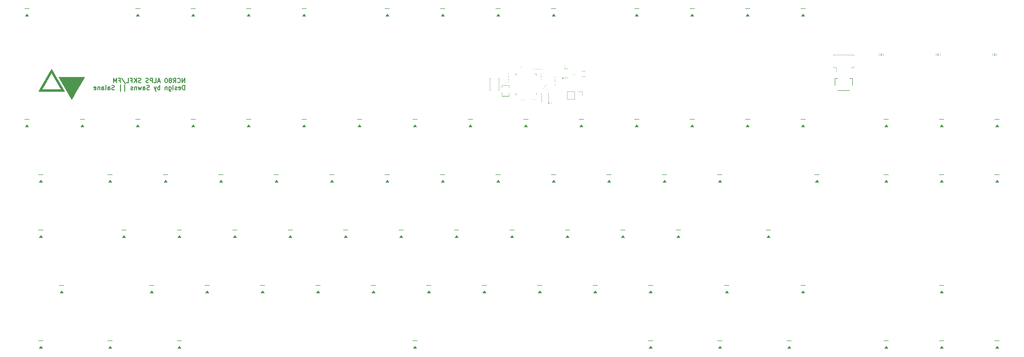
<source format=gbr>
%TF.GenerationSoftware,KiCad,Pcbnew,8.0.4*%
%TF.CreationDate,2024-08-25T19:59:21+07:00*%
%TF.ProjectId,NCR80 ALPS SKFL,4e435238-3020-4414-9c50-5320534b464c,rev?*%
%TF.SameCoordinates,Original*%
%TF.FileFunction,Legend,Bot*%
%TF.FilePolarity,Positive*%
%FSLAX46Y46*%
G04 Gerber Fmt 4.6, Leading zero omitted, Abs format (unit mm)*
G04 Created by KiCad (PCBNEW 8.0.4) date 2024-08-25 19:59:21*
%MOMM*%
%LPD*%
G01*
G04 APERTURE LIST*
%ADD10C,0.300000*%
%ADD11C,0.120000*%
%ADD12C,0.150000*%
%ADD13C,0.100000*%
%ADD14C,0.010000*%
G04 APERTURE END LIST*
D10*
X73264239Y-37570870D02*
X73264239Y-36070870D01*
X73264239Y-36070870D02*
X72407096Y-37570870D01*
X72407096Y-37570870D02*
X72407096Y-36070870D01*
X70835667Y-37428013D02*
X70907095Y-37499442D01*
X70907095Y-37499442D02*
X71121381Y-37570870D01*
X71121381Y-37570870D02*
X71264238Y-37570870D01*
X71264238Y-37570870D02*
X71478524Y-37499442D01*
X71478524Y-37499442D02*
X71621381Y-37356584D01*
X71621381Y-37356584D02*
X71692810Y-37213727D01*
X71692810Y-37213727D02*
X71764238Y-36928013D01*
X71764238Y-36928013D02*
X71764238Y-36713727D01*
X71764238Y-36713727D02*
X71692810Y-36428013D01*
X71692810Y-36428013D02*
X71621381Y-36285156D01*
X71621381Y-36285156D02*
X71478524Y-36142299D01*
X71478524Y-36142299D02*
X71264238Y-36070870D01*
X71264238Y-36070870D02*
X71121381Y-36070870D01*
X71121381Y-36070870D02*
X70907095Y-36142299D01*
X70907095Y-36142299D02*
X70835667Y-36213727D01*
X69335667Y-37570870D02*
X69835667Y-36856584D01*
X70192810Y-37570870D02*
X70192810Y-36070870D01*
X70192810Y-36070870D02*
X69621381Y-36070870D01*
X69621381Y-36070870D02*
X69478524Y-36142299D01*
X69478524Y-36142299D02*
X69407095Y-36213727D01*
X69407095Y-36213727D02*
X69335667Y-36356584D01*
X69335667Y-36356584D02*
X69335667Y-36570870D01*
X69335667Y-36570870D02*
X69407095Y-36713727D01*
X69407095Y-36713727D02*
X69478524Y-36785156D01*
X69478524Y-36785156D02*
X69621381Y-36856584D01*
X69621381Y-36856584D02*
X70192810Y-36856584D01*
X68478524Y-36713727D02*
X68621381Y-36642299D01*
X68621381Y-36642299D02*
X68692810Y-36570870D01*
X68692810Y-36570870D02*
X68764238Y-36428013D01*
X68764238Y-36428013D02*
X68764238Y-36356584D01*
X68764238Y-36356584D02*
X68692810Y-36213727D01*
X68692810Y-36213727D02*
X68621381Y-36142299D01*
X68621381Y-36142299D02*
X68478524Y-36070870D01*
X68478524Y-36070870D02*
X68192810Y-36070870D01*
X68192810Y-36070870D02*
X68049953Y-36142299D01*
X68049953Y-36142299D02*
X67978524Y-36213727D01*
X67978524Y-36213727D02*
X67907095Y-36356584D01*
X67907095Y-36356584D02*
X67907095Y-36428013D01*
X67907095Y-36428013D02*
X67978524Y-36570870D01*
X67978524Y-36570870D02*
X68049953Y-36642299D01*
X68049953Y-36642299D02*
X68192810Y-36713727D01*
X68192810Y-36713727D02*
X68478524Y-36713727D01*
X68478524Y-36713727D02*
X68621381Y-36785156D01*
X68621381Y-36785156D02*
X68692810Y-36856584D01*
X68692810Y-36856584D02*
X68764238Y-36999442D01*
X68764238Y-36999442D02*
X68764238Y-37285156D01*
X68764238Y-37285156D02*
X68692810Y-37428013D01*
X68692810Y-37428013D02*
X68621381Y-37499442D01*
X68621381Y-37499442D02*
X68478524Y-37570870D01*
X68478524Y-37570870D02*
X68192810Y-37570870D01*
X68192810Y-37570870D02*
X68049953Y-37499442D01*
X68049953Y-37499442D02*
X67978524Y-37428013D01*
X67978524Y-37428013D02*
X67907095Y-37285156D01*
X67907095Y-37285156D02*
X67907095Y-36999442D01*
X67907095Y-36999442D02*
X67978524Y-36856584D01*
X67978524Y-36856584D02*
X68049953Y-36785156D01*
X68049953Y-36785156D02*
X68192810Y-36713727D01*
X66978524Y-36070870D02*
X66835667Y-36070870D01*
X66835667Y-36070870D02*
X66692810Y-36142299D01*
X66692810Y-36142299D02*
X66621382Y-36213727D01*
X66621382Y-36213727D02*
X66549953Y-36356584D01*
X66549953Y-36356584D02*
X66478524Y-36642299D01*
X66478524Y-36642299D02*
X66478524Y-36999442D01*
X66478524Y-36999442D02*
X66549953Y-37285156D01*
X66549953Y-37285156D02*
X66621382Y-37428013D01*
X66621382Y-37428013D02*
X66692810Y-37499442D01*
X66692810Y-37499442D02*
X66835667Y-37570870D01*
X66835667Y-37570870D02*
X66978524Y-37570870D01*
X66978524Y-37570870D02*
X67121382Y-37499442D01*
X67121382Y-37499442D02*
X67192810Y-37428013D01*
X67192810Y-37428013D02*
X67264239Y-37285156D01*
X67264239Y-37285156D02*
X67335667Y-36999442D01*
X67335667Y-36999442D02*
X67335667Y-36642299D01*
X67335667Y-36642299D02*
X67264239Y-36356584D01*
X67264239Y-36356584D02*
X67192810Y-36213727D01*
X67192810Y-36213727D02*
X67121382Y-36142299D01*
X67121382Y-36142299D02*
X66978524Y-36070870D01*
X64764239Y-37142299D02*
X64049954Y-37142299D01*
X64907096Y-37570870D02*
X64407096Y-36070870D01*
X64407096Y-36070870D02*
X63907096Y-37570870D01*
X62692811Y-37570870D02*
X63407097Y-37570870D01*
X63407097Y-37570870D02*
X63407097Y-36070870D01*
X62192811Y-37570870D02*
X62192811Y-36070870D01*
X62192811Y-36070870D02*
X61621382Y-36070870D01*
X61621382Y-36070870D02*
X61478525Y-36142299D01*
X61478525Y-36142299D02*
X61407096Y-36213727D01*
X61407096Y-36213727D02*
X61335668Y-36356584D01*
X61335668Y-36356584D02*
X61335668Y-36570870D01*
X61335668Y-36570870D02*
X61407096Y-36713727D01*
X61407096Y-36713727D02*
X61478525Y-36785156D01*
X61478525Y-36785156D02*
X61621382Y-36856584D01*
X61621382Y-36856584D02*
X62192811Y-36856584D01*
X60764239Y-37499442D02*
X60549954Y-37570870D01*
X60549954Y-37570870D02*
X60192811Y-37570870D01*
X60192811Y-37570870D02*
X60049954Y-37499442D01*
X60049954Y-37499442D02*
X59978525Y-37428013D01*
X59978525Y-37428013D02*
X59907096Y-37285156D01*
X59907096Y-37285156D02*
X59907096Y-37142299D01*
X59907096Y-37142299D02*
X59978525Y-36999442D01*
X59978525Y-36999442D02*
X60049954Y-36928013D01*
X60049954Y-36928013D02*
X60192811Y-36856584D01*
X60192811Y-36856584D02*
X60478525Y-36785156D01*
X60478525Y-36785156D02*
X60621382Y-36713727D01*
X60621382Y-36713727D02*
X60692811Y-36642299D01*
X60692811Y-36642299D02*
X60764239Y-36499442D01*
X60764239Y-36499442D02*
X60764239Y-36356584D01*
X60764239Y-36356584D02*
X60692811Y-36213727D01*
X60692811Y-36213727D02*
X60621382Y-36142299D01*
X60621382Y-36142299D02*
X60478525Y-36070870D01*
X60478525Y-36070870D02*
X60121382Y-36070870D01*
X60121382Y-36070870D02*
X59907096Y-36142299D01*
X58192811Y-37499442D02*
X57978526Y-37570870D01*
X57978526Y-37570870D02*
X57621383Y-37570870D01*
X57621383Y-37570870D02*
X57478526Y-37499442D01*
X57478526Y-37499442D02*
X57407097Y-37428013D01*
X57407097Y-37428013D02*
X57335668Y-37285156D01*
X57335668Y-37285156D02*
X57335668Y-37142299D01*
X57335668Y-37142299D02*
X57407097Y-36999442D01*
X57407097Y-36999442D02*
X57478526Y-36928013D01*
X57478526Y-36928013D02*
X57621383Y-36856584D01*
X57621383Y-36856584D02*
X57907097Y-36785156D01*
X57907097Y-36785156D02*
X58049954Y-36713727D01*
X58049954Y-36713727D02*
X58121383Y-36642299D01*
X58121383Y-36642299D02*
X58192811Y-36499442D01*
X58192811Y-36499442D02*
X58192811Y-36356584D01*
X58192811Y-36356584D02*
X58121383Y-36213727D01*
X58121383Y-36213727D02*
X58049954Y-36142299D01*
X58049954Y-36142299D02*
X57907097Y-36070870D01*
X57907097Y-36070870D02*
X57549954Y-36070870D01*
X57549954Y-36070870D02*
X57335668Y-36142299D01*
X56692812Y-37570870D02*
X56692812Y-36070870D01*
X55835669Y-37570870D02*
X56478526Y-36713727D01*
X55835669Y-36070870D02*
X56692812Y-36928013D01*
X54692812Y-36785156D02*
X55192812Y-36785156D01*
X55192812Y-37570870D02*
X55192812Y-36070870D01*
X55192812Y-36070870D02*
X54478526Y-36070870D01*
X53192812Y-37570870D02*
X53907098Y-37570870D01*
X53907098Y-37570870D02*
X53907098Y-36070870D01*
X51621383Y-35999442D02*
X52907097Y-37928013D01*
X50621383Y-36785156D02*
X51121383Y-36785156D01*
X51121383Y-37570870D02*
X51121383Y-36070870D01*
X51121383Y-36070870D02*
X50407097Y-36070870D01*
X49835669Y-37570870D02*
X49835669Y-36070870D01*
X49835669Y-36070870D02*
X49335669Y-37142299D01*
X49335669Y-37142299D02*
X48835669Y-36070870D01*
X48835669Y-36070870D02*
X48835669Y-37570870D01*
X73264239Y-39985786D02*
X73264239Y-38485786D01*
X73264239Y-38485786D02*
X72907096Y-38485786D01*
X72907096Y-38485786D02*
X72692810Y-38557215D01*
X72692810Y-38557215D02*
X72549953Y-38700072D01*
X72549953Y-38700072D02*
X72478524Y-38842929D01*
X72478524Y-38842929D02*
X72407096Y-39128643D01*
X72407096Y-39128643D02*
X72407096Y-39342929D01*
X72407096Y-39342929D02*
X72478524Y-39628643D01*
X72478524Y-39628643D02*
X72549953Y-39771500D01*
X72549953Y-39771500D02*
X72692810Y-39914358D01*
X72692810Y-39914358D02*
X72907096Y-39985786D01*
X72907096Y-39985786D02*
X73264239Y-39985786D01*
X71192810Y-39914358D02*
X71335667Y-39985786D01*
X71335667Y-39985786D02*
X71621382Y-39985786D01*
X71621382Y-39985786D02*
X71764239Y-39914358D01*
X71764239Y-39914358D02*
X71835667Y-39771500D01*
X71835667Y-39771500D02*
X71835667Y-39200072D01*
X71835667Y-39200072D02*
X71764239Y-39057215D01*
X71764239Y-39057215D02*
X71621382Y-38985786D01*
X71621382Y-38985786D02*
X71335667Y-38985786D01*
X71335667Y-38985786D02*
X71192810Y-39057215D01*
X71192810Y-39057215D02*
X71121382Y-39200072D01*
X71121382Y-39200072D02*
X71121382Y-39342929D01*
X71121382Y-39342929D02*
X71835667Y-39485786D01*
X70549953Y-39914358D02*
X70407096Y-39985786D01*
X70407096Y-39985786D02*
X70121382Y-39985786D01*
X70121382Y-39985786D02*
X69978525Y-39914358D01*
X69978525Y-39914358D02*
X69907096Y-39771500D01*
X69907096Y-39771500D02*
X69907096Y-39700072D01*
X69907096Y-39700072D02*
X69978525Y-39557215D01*
X69978525Y-39557215D02*
X70121382Y-39485786D01*
X70121382Y-39485786D02*
X70335668Y-39485786D01*
X70335668Y-39485786D02*
X70478525Y-39414358D01*
X70478525Y-39414358D02*
X70549953Y-39271500D01*
X70549953Y-39271500D02*
X70549953Y-39200072D01*
X70549953Y-39200072D02*
X70478525Y-39057215D01*
X70478525Y-39057215D02*
X70335668Y-38985786D01*
X70335668Y-38985786D02*
X70121382Y-38985786D01*
X70121382Y-38985786D02*
X69978525Y-39057215D01*
X69264239Y-39985786D02*
X69264239Y-38985786D01*
X69264239Y-38485786D02*
X69335667Y-38557215D01*
X69335667Y-38557215D02*
X69264239Y-38628643D01*
X69264239Y-38628643D02*
X69192810Y-38557215D01*
X69192810Y-38557215D02*
X69264239Y-38485786D01*
X69264239Y-38485786D02*
X69264239Y-38628643D01*
X67907096Y-38985786D02*
X67907096Y-40200072D01*
X67907096Y-40200072D02*
X67978524Y-40342929D01*
X67978524Y-40342929D02*
X68049953Y-40414358D01*
X68049953Y-40414358D02*
X68192810Y-40485786D01*
X68192810Y-40485786D02*
X68407096Y-40485786D01*
X68407096Y-40485786D02*
X68549953Y-40414358D01*
X67907096Y-39914358D02*
X68049953Y-39985786D01*
X68049953Y-39985786D02*
X68335667Y-39985786D01*
X68335667Y-39985786D02*
X68478524Y-39914358D01*
X68478524Y-39914358D02*
X68549953Y-39842929D01*
X68549953Y-39842929D02*
X68621381Y-39700072D01*
X68621381Y-39700072D02*
X68621381Y-39271500D01*
X68621381Y-39271500D02*
X68549953Y-39128643D01*
X68549953Y-39128643D02*
X68478524Y-39057215D01*
X68478524Y-39057215D02*
X68335667Y-38985786D01*
X68335667Y-38985786D02*
X68049953Y-38985786D01*
X68049953Y-38985786D02*
X67907096Y-39057215D01*
X67192810Y-38985786D02*
X67192810Y-39985786D01*
X67192810Y-39128643D02*
X67121381Y-39057215D01*
X67121381Y-39057215D02*
X66978524Y-38985786D01*
X66978524Y-38985786D02*
X66764238Y-38985786D01*
X66764238Y-38985786D02*
X66621381Y-39057215D01*
X66621381Y-39057215D02*
X66549953Y-39200072D01*
X66549953Y-39200072D02*
X66549953Y-39985786D01*
X64692810Y-39985786D02*
X64692810Y-38485786D01*
X64692810Y-39057215D02*
X64549953Y-38985786D01*
X64549953Y-38985786D02*
X64264238Y-38985786D01*
X64264238Y-38985786D02*
X64121381Y-39057215D01*
X64121381Y-39057215D02*
X64049953Y-39128643D01*
X64049953Y-39128643D02*
X63978524Y-39271500D01*
X63978524Y-39271500D02*
X63978524Y-39700072D01*
X63978524Y-39700072D02*
X64049953Y-39842929D01*
X64049953Y-39842929D02*
X64121381Y-39914358D01*
X64121381Y-39914358D02*
X64264238Y-39985786D01*
X64264238Y-39985786D02*
X64549953Y-39985786D01*
X64549953Y-39985786D02*
X64692810Y-39914358D01*
X63478524Y-38985786D02*
X63121381Y-39985786D01*
X62764238Y-38985786D02*
X63121381Y-39985786D01*
X63121381Y-39985786D02*
X63264238Y-40342929D01*
X63264238Y-40342929D02*
X63335667Y-40414358D01*
X63335667Y-40414358D02*
X63478524Y-40485786D01*
X61121381Y-39914358D02*
X60907096Y-39985786D01*
X60907096Y-39985786D02*
X60549953Y-39985786D01*
X60549953Y-39985786D02*
X60407096Y-39914358D01*
X60407096Y-39914358D02*
X60335667Y-39842929D01*
X60335667Y-39842929D02*
X60264238Y-39700072D01*
X60264238Y-39700072D02*
X60264238Y-39557215D01*
X60264238Y-39557215D02*
X60335667Y-39414358D01*
X60335667Y-39414358D02*
X60407096Y-39342929D01*
X60407096Y-39342929D02*
X60549953Y-39271500D01*
X60549953Y-39271500D02*
X60835667Y-39200072D01*
X60835667Y-39200072D02*
X60978524Y-39128643D01*
X60978524Y-39128643D02*
X61049953Y-39057215D01*
X61049953Y-39057215D02*
X61121381Y-38914358D01*
X61121381Y-38914358D02*
X61121381Y-38771500D01*
X61121381Y-38771500D02*
X61049953Y-38628643D01*
X61049953Y-38628643D02*
X60978524Y-38557215D01*
X60978524Y-38557215D02*
X60835667Y-38485786D01*
X60835667Y-38485786D02*
X60478524Y-38485786D01*
X60478524Y-38485786D02*
X60264238Y-38557215D01*
X58978525Y-39985786D02*
X58978525Y-39200072D01*
X58978525Y-39200072D02*
X59049953Y-39057215D01*
X59049953Y-39057215D02*
X59192810Y-38985786D01*
X59192810Y-38985786D02*
X59478525Y-38985786D01*
X59478525Y-38985786D02*
X59621382Y-39057215D01*
X58978525Y-39914358D02*
X59121382Y-39985786D01*
X59121382Y-39985786D02*
X59478525Y-39985786D01*
X59478525Y-39985786D02*
X59621382Y-39914358D01*
X59621382Y-39914358D02*
X59692810Y-39771500D01*
X59692810Y-39771500D02*
X59692810Y-39628643D01*
X59692810Y-39628643D02*
X59621382Y-39485786D01*
X59621382Y-39485786D02*
X59478525Y-39414358D01*
X59478525Y-39414358D02*
X59121382Y-39414358D01*
X59121382Y-39414358D02*
X58978525Y-39342929D01*
X58407096Y-38985786D02*
X58121382Y-39985786D01*
X58121382Y-39985786D02*
X57835667Y-39271500D01*
X57835667Y-39271500D02*
X57549953Y-39985786D01*
X57549953Y-39985786D02*
X57264239Y-38985786D01*
X56692810Y-38985786D02*
X56692810Y-39985786D01*
X56692810Y-39128643D02*
X56621381Y-39057215D01*
X56621381Y-39057215D02*
X56478524Y-38985786D01*
X56478524Y-38985786D02*
X56264238Y-38985786D01*
X56264238Y-38985786D02*
X56121381Y-39057215D01*
X56121381Y-39057215D02*
X56049953Y-39200072D01*
X56049953Y-39200072D02*
X56049953Y-39985786D01*
X55407095Y-39914358D02*
X55264238Y-39985786D01*
X55264238Y-39985786D02*
X54978524Y-39985786D01*
X54978524Y-39985786D02*
X54835667Y-39914358D01*
X54835667Y-39914358D02*
X54764238Y-39771500D01*
X54764238Y-39771500D02*
X54764238Y-39700072D01*
X54764238Y-39700072D02*
X54835667Y-39557215D01*
X54835667Y-39557215D02*
X54978524Y-39485786D01*
X54978524Y-39485786D02*
X55192810Y-39485786D01*
X55192810Y-39485786D02*
X55335667Y-39414358D01*
X55335667Y-39414358D02*
X55407095Y-39271500D01*
X55407095Y-39271500D02*
X55407095Y-39200072D01*
X55407095Y-39200072D02*
X55335667Y-39057215D01*
X55335667Y-39057215D02*
X55192810Y-38985786D01*
X55192810Y-38985786D02*
X54978524Y-38985786D01*
X54978524Y-38985786D02*
X54835667Y-39057215D01*
X52621381Y-40485786D02*
X52621381Y-38342929D01*
X51192810Y-40485786D02*
X51192810Y-38342929D01*
X49049953Y-39914358D02*
X48835668Y-39985786D01*
X48835668Y-39985786D02*
X48478525Y-39985786D01*
X48478525Y-39985786D02*
X48335668Y-39914358D01*
X48335668Y-39914358D02*
X48264239Y-39842929D01*
X48264239Y-39842929D02*
X48192810Y-39700072D01*
X48192810Y-39700072D02*
X48192810Y-39557215D01*
X48192810Y-39557215D02*
X48264239Y-39414358D01*
X48264239Y-39414358D02*
X48335668Y-39342929D01*
X48335668Y-39342929D02*
X48478525Y-39271500D01*
X48478525Y-39271500D02*
X48764239Y-39200072D01*
X48764239Y-39200072D02*
X48907096Y-39128643D01*
X48907096Y-39128643D02*
X48978525Y-39057215D01*
X48978525Y-39057215D02*
X49049953Y-38914358D01*
X49049953Y-38914358D02*
X49049953Y-38771500D01*
X49049953Y-38771500D02*
X48978525Y-38628643D01*
X48978525Y-38628643D02*
X48907096Y-38557215D01*
X48907096Y-38557215D02*
X48764239Y-38485786D01*
X48764239Y-38485786D02*
X48407096Y-38485786D01*
X48407096Y-38485786D02*
X48192810Y-38557215D01*
X46907097Y-39985786D02*
X46907097Y-39200072D01*
X46907097Y-39200072D02*
X46978525Y-39057215D01*
X46978525Y-39057215D02*
X47121382Y-38985786D01*
X47121382Y-38985786D02*
X47407097Y-38985786D01*
X47407097Y-38985786D02*
X47549954Y-39057215D01*
X46907097Y-39914358D02*
X47049954Y-39985786D01*
X47049954Y-39985786D02*
X47407097Y-39985786D01*
X47407097Y-39985786D02*
X47549954Y-39914358D01*
X47549954Y-39914358D02*
X47621382Y-39771500D01*
X47621382Y-39771500D02*
X47621382Y-39628643D01*
X47621382Y-39628643D02*
X47549954Y-39485786D01*
X47549954Y-39485786D02*
X47407097Y-39414358D01*
X47407097Y-39414358D02*
X47049954Y-39414358D01*
X47049954Y-39414358D02*
X46907097Y-39342929D01*
X45978525Y-39985786D02*
X46121382Y-39914358D01*
X46121382Y-39914358D02*
X46192811Y-39771500D01*
X46192811Y-39771500D02*
X46192811Y-38485786D01*
X44764240Y-39985786D02*
X44764240Y-39200072D01*
X44764240Y-39200072D02*
X44835668Y-39057215D01*
X44835668Y-39057215D02*
X44978525Y-38985786D01*
X44978525Y-38985786D02*
X45264240Y-38985786D01*
X45264240Y-38985786D02*
X45407097Y-39057215D01*
X44764240Y-39914358D02*
X44907097Y-39985786D01*
X44907097Y-39985786D02*
X45264240Y-39985786D01*
X45264240Y-39985786D02*
X45407097Y-39914358D01*
X45407097Y-39914358D02*
X45478525Y-39771500D01*
X45478525Y-39771500D02*
X45478525Y-39628643D01*
X45478525Y-39628643D02*
X45407097Y-39485786D01*
X45407097Y-39485786D02*
X45264240Y-39414358D01*
X45264240Y-39414358D02*
X44907097Y-39414358D01*
X44907097Y-39414358D02*
X44764240Y-39342929D01*
X44049954Y-38985786D02*
X44049954Y-39985786D01*
X44049954Y-39128643D02*
X43978525Y-39057215D01*
X43978525Y-39057215D02*
X43835668Y-38985786D01*
X43835668Y-38985786D02*
X43621382Y-38985786D01*
X43621382Y-38985786D02*
X43478525Y-39057215D01*
X43478525Y-39057215D02*
X43407097Y-39200072D01*
X43407097Y-39200072D02*
X43407097Y-39985786D01*
X42121382Y-39914358D02*
X42264239Y-39985786D01*
X42264239Y-39985786D02*
X42549954Y-39985786D01*
X42549954Y-39985786D02*
X42692811Y-39914358D01*
X42692811Y-39914358D02*
X42764239Y-39771500D01*
X42764239Y-39771500D02*
X42764239Y-39200072D01*
X42764239Y-39200072D02*
X42692811Y-39057215D01*
X42692811Y-39057215D02*
X42549954Y-38985786D01*
X42549954Y-38985786D02*
X42264239Y-38985786D01*
X42264239Y-38985786D02*
X42121382Y-39057215D01*
X42121382Y-39057215D02*
X42049954Y-39200072D01*
X42049954Y-39200072D02*
X42049954Y-39342929D01*
X42049954Y-39342929D02*
X42764239Y-39485786D01*
D11*
%TO.C,C13*%
X184392164Y-36640000D02*
X184607836Y-36640000D01*
X184392164Y-37360000D02*
X184607836Y-37360000D01*
D12*
%TO.C,D25*%
X113500000Y-50187500D02*
X115100000Y-50187500D01*
D13*
X114900000Y-52787500D02*
X113700000Y-52787500D01*
X114300000Y-51987500D01*
X114900000Y-52787500D01*
G36*
X114900000Y-52787500D02*
G01*
X113700000Y-52787500D01*
X114300000Y-51987500D01*
X114900000Y-52787500D01*
G37*
D11*
%TO.C,R2*%
X331403001Y-28340552D02*
X331403001Y-27490552D01*
D13*
X331903001Y-27665552D02*
X332303001Y-27565552D01*
X331903001Y-27865552D02*
X332303001Y-27765552D01*
X331903001Y-28065552D02*
X332303001Y-27965552D01*
X331903001Y-28265552D02*
X332303001Y-28165552D01*
X332303001Y-27765552D02*
X331903001Y-27665552D01*
X332303001Y-27965552D02*
X331903001Y-27865552D01*
X332303001Y-28165552D02*
X331903001Y-28065552D01*
D11*
X332803001Y-28340552D02*
X332803001Y-27490552D01*
D12*
%TO.C,D11*%
X180175000Y-12087500D02*
X181775000Y-12087500D01*
D13*
X181575000Y-14687500D02*
X180375000Y-14687500D01*
X180975000Y-13887500D01*
X181575000Y-14687500D01*
G36*
X181575000Y-14687500D02*
G01*
X180375000Y-14687500D01*
X180975000Y-13887500D01*
X181575000Y-14687500D01*
G37*
D12*
%TO.C,D90*%
X313525000Y-126387500D02*
X315125000Y-126387500D01*
D13*
X314925000Y-128987500D02*
X313725000Y-128987500D01*
X314325000Y-128187500D01*
X314925000Y-128987500D01*
G36*
X314925000Y-128987500D02*
G01*
X313725000Y-128987500D01*
X314325000Y-128187500D01*
X314925000Y-128987500D01*
G37*
D12*
%TO.C,D84*%
X46825000Y-126387500D02*
X48425000Y-126387500D01*
D13*
X48225000Y-128987500D02*
X47025000Y-128987500D01*
X47625000Y-128187500D01*
X48225000Y-128987500D01*
G36*
X48225000Y-128987500D02*
G01*
X47025000Y-128987500D01*
X47625000Y-128187500D01*
X48225000Y-128987500D01*
G37*
D12*
%TO.C,D89*%
X280187500Y-126387500D02*
X281787500Y-126387500D01*
D13*
X281587500Y-128987500D02*
X280387500Y-128987500D01*
X280987500Y-128187500D01*
X281587500Y-128987500D01*
G36*
X281587500Y-128987500D02*
G01*
X280387500Y-128987500D01*
X280987500Y-128187500D01*
X281587500Y-128987500D01*
G37*
D11*
%TO.C,C7*%
X197121693Y-38830810D02*
X196969190Y-38678307D01*
X197630810Y-38321693D02*
X197478307Y-38169190D01*
D12*
%TO.C,D52*%
X146837500Y-88287500D02*
X148437500Y-88287500D01*
D13*
X148237500Y-90887500D02*
X147037500Y-90887500D01*
X147637500Y-90087500D01*
X148237500Y-90887500D01*
G36*
X148237500Y-90887500D02*
G01*
X147037500Y-90887500D01*
X147637500Y-90087500D01*
X148237500Y-90887500D01*
G37*
D12*
%TO.C,D49*%
X23012500Y-88287500D02*
X24612500Y-88287500D01*
D13*
X24412500Y-90887500D02*
X23212500Y-90887500D01*
X23812500Y-90087500D01*
X24412500Y-90887500D01*
G36*
X24412500Y-90887500D02*
G01*
X23212500Y-90887500D01*
X23812500Y-90087500D01*
X24412500Y-90887500D01*
G37*
D12*
%TO.C,D13*%
X265900000Y-12087500D02*
X267500000Y-12087500D01*
D13*
X267300000Y-14687500D02*
X266100000Y-14687500D01*
X266700000Y-13887500D01*
X267300000Y-14687500D01*
G36*
X267300000Y-14687500D02*
G01*
X266100000Y-14687500D01*
X266700000Y-13887500D01*
X267300000Y-14687500D01*
G37*
D12*
%TO.C,D19*%
X170650000Y-50187500D02*
X172250000Y-50187500D01*
D13*
X172050000Y-52787500D02*
X170850000Y-52787500D01*
X171450000Y-51987500D01*
X172050000Y-52787500D01*
G36*
X172050000Y-52787500D02*
G01*
X170850000Y-52787500D01*
X171450000Y-51987500D01*
X172050000Y-52787500D01*
G37*
D12*
%TO.C,D34*%
X103975000Y-69237500D02*
X105575000Y-69237500D01*
D13*
X105375000Y-71837500D02*
X104175000Y-71837500D01*
X104775000Y-71037500D01*
X105375000Y-71837500D01*
G36*
X105375000Y-71837500D02*
G01*
X104175000Y-71837500D01*
X104775000Y-71037500D01*
X105375000Y-71837500D01*
G37*
D11*
%TO.C,U2*%
X186890000Y-34490000D02*
X186890000Y-35140000D01*
X186890000Y-41710000D02*
X186890000Y-41060000D01*
X187540000Y-34490000D02*
X186890000Y-34490000D01*
X187540000Y-41710000D02*
X186890000Y-41710000D01*
X193460000Y-34490000D02*
X194110000Y-34490000D01*
X194110000Y-34490000D02*
X194110000Y-35140000D01*
X194110000Y-41710000D02*
X194110000Y-41060000D01*
D12*
%TO.C,D15*%
X18250000Y-50187500D02*
X19850000Y-50187500D01*
D13*
X19650000Y-52787500D02*
X18450000Y-52787500D01*
X19050000Y-51987500D01*
X19650000Y-52787500D01*
G36*
X19650000Y-52787500D02*
G01*
X18450000Y-52787500D01*
X19050000Y-51987500D01*
X19650000Y-52787500D01*
G37*
D12*
%TO.C,D3*%
X113500000Y-12087500D02*
X115100000Y-12087500D01*
D13*
X114900000Y-14687500D02*
X113700000Y-14687500D01*
X114300000Y-13887500D01*
X114900000Y-14687500D01*
G36*
X114900000Y-14687500D02*
G01*
X113700000Y-14687500D01*
X114300000Y-13887500D01*
X114900000Y-14687500D01*
G37*
D12*
%TO.C,D7*%
X284950000Y-12087500D02*
X286550000Y-12087500D01*
D13*
X286350000Y-14687500D02*
X285150000Y-14687500D01*
X285750000Y-13887500D01*
X286350000Y-14687500D01*
G36*
X286350000Y-14687500D02*
G01*
X285150000Y-14687500D01*
X285750000Y-13887500D01*
X286350000Y-14687500D01*
G37*
D12*
%TO.C,D59*%
X165887500Y-88287500D02*
X167487500Y-88287500D01*
D13*
X167287500Y-90887500D02*
X166087500Y-90887500D01*
X166687500Y-90087500D01*
X167287500Y-90887500D01*
G36*
X167287500Y-90887500D02*
G01*
X166087500Y-90887500D01*
X166687500Y-90087500D01*
X167287500Y-90887500D01*
G37*
D11*
%TO.C,F1*%
X209697936Y-33590000D02*
X210902064Y-33590000D01*
X209697936Y-35410000D02*
X210902064Y-35410000D01*
D12*
%TO.C,D80*%
X151600000Y-126387500D02*
X153200000Y-126387500D01*
D13*
X153000000Y-128987500D02*
X151800000Y-128987500D01*
X152400000Y-128187500D01*
X153000000Y-128987500D01*
G36*
X153000000Y-128987500D02*
G01*
X151800000Y-128987500D01*
X152400000Y-128187500D01*
X153000000Y-128987500D01*
G37*
D12*
%TO.C,D6*%
X246850000Y-12087500D02*
X248450000Y-12087500D01*
D13*
X248250000Y-14687500D02*
X247050000Y-14687500D01*
X247650000Y-13887500D01*
X248250000Y-14687500D01*
G36*
X248250000Y-14687500D02*
G01*
X247050000Y-14687500D01*
X247650000Y-13887500D01*
X248250000Y-14687500D01*
G37*
D12*
%TO.C,D26*%
X151600000Y-50187500D02*
X153200000Y-50187500D01*
D13*
X153000000Y-52787500D02*
X151800000Y-52787500D01*
X152400000Y-51987500D01*
X153000000Y-52787500D01*
G36*
X153000000Y-52787500D02*
G01*
X151800000Y-52787500D01*
X152400000Y-51987500D01*
X153000000Y-52787500D01*
G37*
D12*
%TO.C,D16*%
X56350000Y-50187500D02*
X57950000Y-50187500D01*
D13*
X57750000Y-52787500D02*
X56550000Y-52787500D01*
X57150000Y-51987500D01*
X57750000Y-52787500D01*
G36*
X57750000Y-52787500D02*
G01*
X56550000Y-52787500D01*
X57150000Y-51987500D01*
X57750000Y-52787500D01*
G37*
D12*
%TO.C,D27*%
X189700000Y-50187500D02*
X191300000Y-50187500D01*
D13*
X191100000Y-52787500D02*
X189900000Y-52787500D01*
X190500000Y-51987500D01*
X191100000Y-52787500D01*
G36*
X191100000Y-52787500D02*
G01*
X189900000Y-52787500D01*
X190500000Y-51987500D01*
X191100000Y-52787500D01*
G37*
D12*
%TO.C,D17*%
X94450000Y-50187500D02*
X96050000Y-50187500D01*
D13*
X95850000Y-52787500D02*
X94650000Y-52787500D01*
X95250000Y-51987500D01*
X95850000Y-52787500D01*
G36*
X95850000Y-52787500D02*
G01*
X94650000Y-52787500D01*
X95250000Y-51987500D01*
X95850000Y-52787500D01*
G37*
D11*
%TO.C,SW2*%
X178130000Y-36030000D02*
X178430000Y-36030000D01*
X178130000Y-40170000D02*
X178130000Y-36030000D01*
X178430000Y-40170000D02*
X178130000Y-40170000D01*
X180970000Y-36030000D02*
X181270000Y-36030000D01*
X181270000Y-36030000D02*
X181270000Y-40170000D01*
X181270000Y-40170000D02*
X180970000Y-40170000D01*
D12*
%TO.C,D12*%
X227800000Y-12087500D02*
X229400000Y-12087500D01*
D13*
X229200000Y-14687500D02*
X228000000Y-14687500D01*
X228600000Y-13887500D01*
X229200000Y-14687500D01*
G36*
X229200000Y-14687500D02*
G01*
X228000000Y-14687500D01*
X228600000Y-13887500D01*
X229200000Y-14687500D01*
G37*
D12*
%TO.C,D66*%
X137312500Y-107337500D02*
X138912500Y-107337500D01*
D13*
X138712500Y-109937500D02*
X137512500Y-109937500D01*
X138112500Y-109137500D01*
X138712500Y-109937500D01*
G36*
X138712500Y-109937500D02*
G01*
X137512500Y-109937500D01*
X138112500Y-109137500D01*
X138712500Y-109937500D01*
G37*
D12*
%TO.C,D35*%
X142075000Y-69237500D02*
X143675000Y-69237500D01*
D13*
X143475000Y-71837500D02*
X142275000Y-71837500D01*
X142875000Y-71037500D01*
X143475000Y-71837500D01*
G36*
X143475000Y-71837500D02*
G01*
X142275000Y-71837500D01*
X142875000Y-71037500D01*
X143475000Y-71837500D01*
G37*
D11*
%TO.C,C5*%
X195140000Y-32792164D02*
X195140000Y-33007836D01*
X195860000Y-32792164D02*
X195860000Y-33007836D01*
%TO.C,C11*%
X188469190Y-32378307D02*
X188621693Y-32530810D01*
X188978307Y-31869190D02*
X189130810Y-32021693D01*
D12*
%TO.C,D78*%
X23012500Y-126387500D02*
X24612500Y-126387500D01*
D13*
X24412500Y-128987500D02*
X23212500Y-128987500D01*
X23812500Y-128187500D01*
X24412500Y-128987500D01*
G36*
X24412500Y-128987500D02*
G01*
X23212500Y-128987500D01*
X23812500Y-128187500D01*
X24412500Y-128987500D01*
G37*
D12*
%TO.C,D51*%
X108737500Y-88287500D02*
X110337500Y-88287500D01*
D13*
X110137500Y-90887500D02*
X108937500Y-90887500D01*
X109537500Y-90087500D01*
X110137500Y-90887500D01*
G36*
X110137500Y-90887500D02*
G01*
X108937500Y-90887500D01*
X109537500Y-90087500D01*
X110137500Y-90887500D01*
G37*
D12*
%TO.C,D57*%
X89687500Y-88287500D02*
X91287500Y-88287500D01*
D13*
X91087500Y-90887500D02*
X89887500Y-90887500D01*
X90487500Y-90087500D01*
X91087500Y-90887500D01*
G36*
X91087500Y-90887500D02*
G01*
X89887500Y-90887500D01*
X90487500Y-90087500D01*
X91087500Y-90887500D01*
G37*
D12*
%TO.C,D21*%
X246850000Y-50187500D02*
X248450000Y-50187500D01*
D13*
X248250000Y-52787500D02*
X247050000Y-52787500D01*
X247650000Y-51987500D01*
X248250000Y-52787500D01*
G36*
X248250000Y-52787500D02*
G01*
X247050000Y-52787500D01*
X247650000Y-51987500D01*
X248250000Y-52787500D01*
G37*
D12*
%TO.C,D9*%
X94450000Y-12087500D02*
X96050000Y-12087500D01*
D13*
X95850000Y-14687500D02*
X94650000Y-14687500D01*
X95250000Y-13887500D01*
X95850000Y-14687500D01*
G36*
X95850000Y-14687500D02*
G01*
X94650000Y-14687500D01*
X95250000Y-13887500D01*
X95850000Y-14687500D01*
G37*
D12*
%TO.C,D50*%
X70637500Y-88287500D02*
X72237500Y-88287500D01*
D13*
X72037500Y-90887500D02*
X70837500Y-90887500D01*
X71437500Y-90087500D01*
X72037500Y-90887500D01*
G36*
X72037500Y-90887500D02*
G01*
X70837500Y-90887500D01*
X71437500Y-90087500D01*
X72037500Y-90887500D01*
G37*
D11*
%TO.C,J3*%
X296219001Y-27977802D02*
X296219001Y-28427802D01*
X296219001Y-32397802D02*
X296219001Y-31947802D01*
X297169001Y-32397802D02*
X296219001Y-32397802D01*
X297169001Y-33887802D02*
X297169001Y-32397802D01*
X302239001Y-32397802D02*
X303189001Y-32397802D01*
X303189001Y-27977802D02*
X296219001Y-27977802D01*
X303189001Y-28427802D02*
X303189001Y-27977802D01*
X303189001Y-32397802D02*
X303189001Y-31947802D01*
%TO.C,U1*%
X195915000Y-41231250D02*
X195915000Y-44231250D01*
X198285000Y-41231250D02*
X198285000Y-44201250D01*
X198190000Y-44721250D02*
X198190000Y-44441250D01*
X198470000Y-44441250D01*
X198190000Y-44721250D01*
G36*
X198190000Y-44721250D02*
G01*
X198190000Y-44441250D01*
X198470000Y-44441250D01*
X198190000Y-44721250D01*
G37*
D12*
%TO.C,D30*%
X313525000Y-50187500D02*
X315125000Y-50187500D01*
D13*
X314925000Y-52787500D02*
X313725000Y-52787500D01*
X314325000Y-51987500D01*
X314925000Y-52787500D01*
G36*
X314925000Y-52787500D02*
G01*
X313725000Y-52787500D01*
X314325000Y-51987500D01*
X314925000Y-52787500D01*
G37*
D12*
%TO.C,D36*%
X180175000Y-69237500D02*
X181775000Y-69237500D01*
D13*
X181575000Y-71837500D02*
X180375000Y-71837500D01*
X180975000Y-71037500D01*
X181575000Y-71837500D01*
G36*
X181575000Y-71837500D02*
G01*
X180375000Y-71837500D01*
X180975000Y-71037500D01*
X181575000Y-71837500D01*
G37*
D11*
%TO.C,SW1*%
X204680000Y-40576250D02*
X204680000Y-43236250D01*
X204680000Y-40576250D02*
X207280000Y-40576250D01*
X204680000Y-43236250D02*
X207280000Y-43236250D01*
X207280000Y-40576250D02*
X207280000Y-43236250D01*
X208550000Y-40576250D02*
X209880000Y-40576250D01*
X209880000Y-40576250D02*
X209880000Y-41906250D01*
D12*
%TO.C,D1*%
X18250000Y-12087500D02*
X19850000Y-12087500D01*
D13*
X19650000Y-14687500D02*
X18450000Y-14687500D01*
X19050000Y-13887500D01*
X19650000Y-14687500D01*
G36*
X19650000Y-14687500D02*
G01*
X18450000Y-14687500D01*
X19050000Y-13887500D01*
X19650000Y-14687500D01*
G37*
D12*
%TO.C,D2*%
X75400000Y-12087500D02*
X77000000Y-12087500D01*
D13*
X76800000Y-14687500D02*
X75600000Y-14687500D01*
X76200000Y-13887500D01*
X76800000Y-14687500D01*
G36*
X76800000Y-14687500D02*
G01*
X75600000Y-14687500D01*
X76200000Y-13887500D01*
X76800000Y-14687500D01*
G37*
D11*
%TO.C,C10*%
X193140000Y-43407836D02*
X193140000Y-43192164D01*
X193860000Y-43407836D02*
X193860000Y-43192164D01*
%TO.C,C3*%
X196421693Y-39530810D02*
X196269190Y-39378307D01*
X196930810Y-39021693D02*
X196778307Y-38869190D01*
%TO.C,U3*%
X203650000Y-32740000D02*
X204300000Y-32740000D01*
X203650000Y-35860000D02*
X204300000Y-35860000D01*
X204950000Y-32740000D02*
X204300000Y-32740000D01*
X204950000Y-35860000D02*
X204300000Y-35860000D01*
X203377500Y-36140000D02*
X202897500Y-36140000D01*
X203137500Y-35810000D01*
X203377500Y-36140000D01*
G36*
X203377500Y-36140000D02*
G01*
X202897500Y-36140000D01*
X203137500Y-35810000D01*
X203377500Y-36140000D01*
G37*
D12*
%TO.C,D29*%
X284950000Y-50187500D02*
X286550000Y-50187500D01*
D13*
X286350000Y-52787500D02*
X285150000Y-52787500D01*
X285750000Y-51987500D01*
X286350000Y-52787500D01*
G36*
X286350000Y-52787500D02*
G01*
X285150000Y-52787500D01*
X285750000Y-51987500D01*
X286350000Y-52787500D01*
G37*
D12*
%TO.C,D46*%
X289712500Y-69237500D02*
X291312500Y-69237500D01*
D13*
X291112500Y-71837500D02*
X289912500Y-71837500D01*
X290512500Y-71037500D01*
X291112500Y-71837500D01*
G36*
X291112500Y-71837500D02*
G01*
X289912500Y-71837500D01*
X290512500Y-71037500D01*
X291112500Y-71837500D01*
G37*
D12*
%TO.C,D22*%
X332575000Y-50187500D02*
X334175000Y-50187500D01*
D13*
X333975000Y-52787500D02*
X332775000Y-52787500D01*
X333375000Y-51987500D01*
X333975000Y-52787500D01*
G36*
X333975000Y-52787500D02*
G01*
X332775000Y-52787500D01*
X333375000Y-51987500D01*
X333975000Y-52787500D01*
G37*
D12*
%TO.C,D58*%
X127787500Y-88287500D02*
X129387500Y-88287500D01*
D13*
X129187500Y-90887500D02*
X127987500Y-90887500D01*
X128587500Y-90087500D01*
X129187500Y-90887500D01*
G36*
X129187500Y-90887500D02*
G01*
X127987500Y-90887500D01*
X128587500Y-90087500D01*
X129187500Y-90887500D01*
G37*
D11*
%TO.C,C9*%
X193140000Y-32792164D02*
X193140000Y-33007836D01*
X193860000Y-32792164D02*
X193860000Y-33007836D01*
D12*
%TO.C,D62*%
X273043750Y-88287500D02*
X274643750Y-88287500D01*
D13*
X274443750Y-90887500D02*
X273243750Y-90887500D01*
X273843750Y-90087500D01*
X274443750Y-90887500D01*
G36*
X274443750Y-90887500D02*
G01*
X273243750Y-90887500D01*
X273843750Y-90087500D01*
X274443750Y-90887500D01*
G37*
D12*
%TO.C,D43*%
X161125000Y-69237500D02*
X162725000Y-69237500D01*
D13*
X162525000Y-71837500D02*
X161325000Y-71837500D01*
X161925000Y-71037500D01*
X162525000Y-71837500D01*
G36*
X162525000Y-71837500D02*
G01*
X161325000Y-71837500D01*
X161925000Y-71037500D01*
X162525000Y-71837500D01*
G37*
D12*
%TO.C,D56*%
X51587500Y-88287500D02*
X53187500Y-88287500D01*
D13*
X52987500Y-90887500D02*
X51787500Y-90887500D01*
X52387500Y-90087500D01*
X52987500Y-90887500D01*
G36*
X52987500Y-90887500D02*
G01*
X51787500Y-90887500D01*
X52387500Y-90087500D01*
X52987500Y-90887500D01*
G37*
D12*
%TO.C,D47*%
X313525000Y-69237500D02*
X315125000Y-69237500D01*
D13*
X314925000Y-71837500D02*
X313725000Y-71837500D01*
X314325000Y-71037500D01*
X314925000Y-71837500D01*
G36*
X314925000Y-71837500D02*
G01*
X313725000Y-71837500D01*
X314325000Y-71037500D01*
X314925000Y-71837500D01*
G37*
D11*
%TO.C,C12*%
X189140000Y-43607836D02*
X189140000Y-43392164D01*
X189860000Y-43607836D02*
X189860000Y-43392164D01*
D12*
%TO.C,D63*%
X30156250Y-107337500D02*
X31756250Y-107337500D01*
D13*
X31556250Y-109937500D02*
X30356250Y-109937500D01*
X30956250Y-109137500D01*
X31556250Y-109937500D01*
G36*
X31556250Y-109937500D02*
G01*
X30356250Y-109937500D01*
X30956250Y-109137500D01*
X31556250Y-109937500D01*
G37*
D11*
%TO.C,R4*%
X198520000Y-44377609D02*
X198520000Y-44684891D01*
X199280000Y-44377609D02*
X199280000Y-44684891D01*
D12*
%TO.C,D44*%
X199225000Y-69237500D02*
X200825000Y-69237500D01*
D13*
X200625000Y-71837500D02*
X199425000Y-71837500D01*
X200025000Y-71037500D01*
X200625000Y-71837500D01*
G36*
X200625000Y-71837500D02*
G01*
X199425000Y-71837500D01*
X200025000Y-71037500D01*
X200625000Y-71837500D01*
G37*
D11*
%TO.C,C4*%
X184392164Y-35640000D02*
X184607836Y-35640000D01*
X184392164Y-36360000D02*
X184607836Y-36360000D01*
D12*
%TO.C,D68*%
X213512500Y-107337500D02*
X215112500Y-107337500D01*
D13*
X214912500Y-109937500D02*
X213712500Y-109937500D01*
X214312500Y-109137500D01*
X214912500Y-109937500D01*
G36*
X214912500Y-109937500D02*
G01*
X213712500Y-109937500D01*
X214312500Y-109137500D01*
X214912500Y-109937500D01*
G37*
D12*
%TO.C,D18*%
X132550000Y-50187500D02*
X134150000Y-50187500D01*
D13*
X133950000Y-52787500D02*
X132750000Y-52787500D01*
X133350000Y-51987500D01*
X133950000Y-52787500D01*
G36*
X133950000Y-52787500D02*
G01*
X132750000Y-52787500D01*
X133350000Y-51987500D01*
X133950000Y-52787500D01*
G37*
D12*
%TO.C,D79*%
X70637500Y-126387500D02*
X72237500Y-126387500D01*
D13*
X72037500Y-128987500D02*
X70837500Y-128987500D01*
X71437500Y-128187500D01*
X72037500Y-128987500D01*
G36*
X72037500Y-128987500D02*
G01*
X70837500Y-128987500D01*
X71437500Y-128187500D01*
X72037500Y-128987500D01*
G37*
D12*
%TO.C,D69*%
X258756250Y-107337500D02*
X260356250Y-107337500D01*
D13*
X260156250Y-109937500D02*
X258956250Y-109937500D01*
X259556250Y-109137500D01*
X260156250Y-109937500D01*
G36*
X260156250Y-109937500D02*
G01*
X258956250Y-109937500D01*
X259556250Y-109137500D01*
X260156250Y-109937500D01*
G37*
D12*
%TO.C,D70*%
X332575000Y-107337500D02*
X334175000Y-107337500D01*
D13*
X333975000Y-109937500D02*
X332775000Y-109937500D01*
X333375000Y-109137500D01*
X333975000Y-109937500D01*
G36*
X333975000Y-109937500D02*
G01*
X332775000Y-109937500D01*
X333375000Y-109137500D01*
X333975000Y-109937500D01*
G37*
D14*
%TO.C,G\u002A\u002A\u002A*%
X34576895Y-35627734D02*
X34899330Y-35627739D01*
X35205447Y-35627752D01*
X35495664Y-35627772D01*
X35770401Y-35627802D01*
X36030076Y-35627843D01*
X36275109Y-35627895D01*
X36505917Y-35627961D01*
X36722920Y-35628042D01*
X36926537Y-35628138D01*
X37117186Y-35628251D01*
X37295287Y-35628383D01*
X37461258Y-35628534D01*
X37615518Y-35628706D01*
X37758485Y-35628901D01*
X37890579Y-35629118D01*
X38012219Y-35629361D01*
X38123823Y-35629630D01*
X38225810Y-35629926D01*
X38318599Y-35630250D01*
X38402608Y-35630605D01*
X38478258Y-35630990D01*
X38545966Y-35631408D01*
X38606151Y-35631860D01*
X38659232Y-35632346D01*
X38705628Y-35632869D01*
X38745758Y-35633430D01*
X38780041Y-35634029D01*
X38808895Y-35634668D01*
X38832739Y-35635349D01*
X38851993Y-35636072D01*
X38867074Y-35636839D01*
X38878402Y-35637651D01*
X38886396Y-35638510D01*
X38891474Y-35639417D01*
X38894056Y-35640372D01*
X38894559Y-35641378D01*
X38892418Y-35645278D01*
X38882316Y-35663053D01*
X38864162Y-35694772D01*
X38838203Y-35740006D01*
X38804685Y-35798325D01*
X38763858Y-35869301D01*
X38715968Y-35952503D01*
X38661263Y-36047503D01*
X38599990Y-36153870D01*
X38532398Y-36271176D01*
X38458734Y-36398991D01*
X38379245Y-36536886D01*
X38294179Y-36684431D01*
X38203784Y-36841197D01*
X38108307Y-37006755D01*
X38007996Y-37180675D01*
X37903098Y-37362527D01*
X37793862Y-37551883D01*
X37680534Y-37748313D01*
X37563363Y-37951387D01*
X37442595Y-38160677D01*
X37318479Y-38375752D01*
X37191262Y-38596184D01*
X37061191Y-38821543D01*
X36928515Y-39051399D01*
X36793481Y-39285324D01*
X36656337Y-39522887D01*
X36487619Y-39815107D01*
X36320885Y-40103838D01*
X36162305Y-40378392D01*
X36011729Y-40639024D01*
X35869010Y-40885989D01*
X35733999Y-41119543D01*
X35606549Y-41339939D01*
X35486510Y-41547434D01*
X35373735Y-41742283D01*
X35268076Y-41924739D01*
X35169384Y-42095058D01*
X35077512Y-42253496D01*
X34992310Y-42400307D01*
X34913631Y-42535746D01*
X34841326Y-42660067D01*
X34775248Y-42773527D01*
X34715248Y-42876380D01*
X34661178Y-42968881D01*
X34612889Y-43051285D01*
X34570234Y-43123847D01*
X34533064Y-43186822D01*
X34501232Y-43240464D01*
X34474588Y-43285030D01*
X34452985Y-43320773D01*
X34436274Y-43347950D01*
X34424307Y-43366814D01*
X34416937Y-43377621D01*
X34414014Y-43380625D01*
X34413681Y-43380127D01*
X34407108Y-43369085D01*
X34392451Y-43344029D01*
X34370011Y-43305480D01*
X34340088Y-43253958D01*
X34302984Y-43189985D01*
X34259001Y-43114083D01*
X34208438Y-43026774D01*
X34151597Y-42928577D01*
X34088778Y-42820015D01*
X34020284Y-42701610D01*
X33946415Y-42573882D01*
X33867472Y-42437353D01*
X33783756Y-42292545D01*
X33695568Y-42139978D01*
X33603209Y-41980175D01*
X33506980Y-41813656D01*
X33407182Y-41640942D01*
X33304116Y-41462557D01*
X33198084Y-41279020D01*
X33089386Y-41090853D01*
X32978322Y-40898577D01*
X32865196Y-40702715D01*
X32750306Y-40503787D01*
X32633955Y-40302314D01*
X32516443Y-40098819D01*
X32398071Y-39893822D01*
X32279141Y-39687844D01*
X32159953Y-39481408D01*
X32040808Y-39275035D01*
X31922008Y-39069246D01*
X31803853Y-38864562D01*
X31686645Y-38661505D01*
X31570684Y-38460596D01*
X31456272Y-38262357D01*
X31343709Y-38067308D01*
X31233297Y-37875972D01*
X31125337Y-37688870D01*
X31020129Y-37506523D01*
X30917975Y-37329453D01*
X30819175Y-37158180D01*
X30724031Y-36993227D01*
X30632844Y-36835114D01*
X30545914Y-36684364D01*
X30463544Y-36541497D01*
X30386033Y-36407035D01*
X30313683Y-36281499D01*
X30246794Y-36165411D01*
X30185669Y-36059292D01*
X30130607Y-35963664D01*
X30081910Y-35879047D01*
X30039880Y-35805964D01*
X30004816Y-35744935D01*
X29977020Y-35696482D01*
X29956793Y-35661127D01*
X29944436Y-35639390D01*
X29940250Y-35631793D01*
X29944685Y-35631612D01*
X29965059Y-35631366D01*
X30001516Y-35631124D01*
X30053562Y-35630887D01*
X30120706Y-35630655D01*
X30202454Y-35630428D01*
X30298313Y-35630207D01*
X30407791Y-35629993D01*
X30530395Y-35629785D01*
X30665632Y-35629585D01*
X30813010Y-35629393D01*
X30972035Y-35629209D01*
X31142215Y-35629033D01*
X31323057Y-35628867D01*
X31514068Y-35628710D01*
X31714755Y-35628563D01*
X31924626Y-35628426D01*
X32143188Y-35628300D01*
X32369948Y-35628186D01*
X32604413Y-35628084D01*
X32846091Y-35627993D01*
X33094488Y-35627916D01*
X33349112Y-35627851D01*
X33609471Y-35627800D01*
X33875070Y-35627763D01*
X34145419Y-35627741D01*
X34420023Y-35627733D01*
X34576895Y-35627734D01*
G36*
X34576895Y-35627734D02*
G01*
X34899330Y-35627739D01*
X35205447Y-35627752D01*
X35495664Y-35627772D01*
X35770401Y-35627802D01*
X36030076Y-35627843D01*
X36275109Y-35627895D01*
X36505917Y-35627961D01*
X36722920Y-35628042D01*
X36926537Y-35628138D01*
X37117186Y-35628251D01*
X37295287Y-35628383D01*
X37461258Y-35628534D01*
X37615518Y-35628706D01*
X37758485Y-35628901D01*
X37890579Y-35629118D01*
X38012219Y-35629361D01*
X38123823Y-35629630D01*
X38225810Y-35629926D01*
X38318599Y-35630250D01*
X38402608Y-35630605D01*
X38478258Y-35630990D01*
X38545966Y-35631408D01*
X38606151Y-35631860D01*
X38659232Y-35632346D01*
X38705628Y-35632869D01*
X38745758Y-35633430D01*
X38780041Y-35634029D01*
X38808895Y-35634668D01*
X38832739Y-35635349D01*
X38851993Y-35636072D01*
X38867074Y-35636839D01*
X38878402Y-35637651D01*
X38886396Y-35638510D01*
X38891474Y-35639417D01*
X38894056Y-35640372D01*
X38894559Y-35641378D01*
X38892418Y-35645278D01*
X38882316Y-35663053D01*
X38864162Y-35694772D01*
X38838203Y-35740006D01*
X38804685Y-35798325D01*
X38763858Y-35869301D01*
X38715968Y-35952503D01*
X38661263Y-36047503D01*
X38599990Y-36153870D01*
X38532398Y-36271176D01*
X38458734Y-36398991D01*
X38379245Y-36536886D01*
X38294179Y-36684431D01*
X38203784Y-36841197D01*
X38108307Y-37006755D01*
X38007996Y-37180675D01*
X37903098Y-37362527D01*
X37793862Y-37551883D01*
X37680534Y-37748313D01*
X37563363Y-37951387D01*
X37442595Y-38160677D01*
X37318479Y-38375752D01*
X37191262Y-38596184D01*
X37061191Y-38821543D01*
X36928515Y-39051399D01*
X36793481Y-39285324D01*
X36656337Y-39522887D01*
X36487619Y-39815107D01*
X36320885Y-40103838D01*
X36162305Y-40378392D01*
X36011729Y-40639024D01*
X35869010Y-40885989D01*
X35733999Y-41119543D01*
X35606549Y-41339939D01*
X35486510Y-41547434D01*
X35373735Y-41742283D01*
X35268076Y-41924739D01*
X35169384Y-42095058D01*
X35077512Y-42253496D01*
X34992310Y-42400307D01*
X34913631Y-42535746D01*
X34841326Y-42660067D01*
X34775248Y-42773527D01*
X34715248Y-42876380D01*
X34661178Y-42968881D01*
X34612889Y-43051285D01*
X34570234Y-43123847D01*
X34533064Y-43186822D01*
X34501232Y-43240464D01*
X34474588Y-43285030D01*
X34452985Y-43320773D01*
X34436274Y-43347950D01*
X34424307Y-43366814D01*
X34416937Y-43377621D01*
X34414014Y-43380625D01*
X34413681Y-43380127D01*
X34407108Y-43369085D01*
X34392451Y-43344029D01*
X34370011Y-43305480D01*
X34340088Y-43253958D01*
X34302984Y-43189985D01*
X34259001Y-43114083D01*
X34208438Y-43026774D01*
X34151597Y-42928577D01*
X34088778Y-42820015D01*
X34020284Y-42701610D01*
X33946415Y-42573882D01*
X33867472Y-42437353D01*
X33783756Y-42292545D01*
X33695568Y-42139978D01*
X33603209Y-41980175D01*
X33506980Y-41813656D01*
X33407182Y-41640942D01*
X33304116Y-41462557D01*
X33198084Y-41279020D01*
X33089386Y-41090853D01*
X32978322Y-40898577D01*
X32865196Y-40702715D01*
X32750306Y-40503787D01*
X32633955Y-40302314D01*
X32516443Y-40098819D01*
X32398071Y-39893822D01*
X32279141Y-39687844D01*
X32159953Y-39481408D01*
X32040808Y-39275035D01*
X31922008Y-39069246D01*
X31803853Y-38864562D01*
X31686645Y-38661505D01*
X31570684Y-38460596D01*
X31456272Y-38262357D01*
X31343709Y-38067308D01*
X31233297Y-37875972D01*
X31125337Y-37688870D01*
X31020129Y-37506523D01*
X30917975Y-37329453D01*
X30819175Y-37158180D01*
X30724031Y-36993227D01*
X30632844Y-36835114D01*
X30545914Y-36684364D01*
X30463544Y-36541497D01*
X30386033Y-36407035D01*
X30313683Y-36281499D01*
X30246794Y-36165411D01*
X30185669Y-36059292D01*
X30130607Y-35963664D01*
X30081910Y-35879047D01*
X30039880Y-35805964D01*
X30004816Y-35744935D01*
X29977020Y-35696482D01*
X29956793Y-35661127D01*
X29944436Y-35639390D01*
X29940250Y-35631793D01*
X29944685Y-35631612D01*
X29965059Y-35631366D01*
X30001516Y-35631124D01*
X30053562Y-35630887D01*
X30120706Y-35630655D01*
X30202454Y-35630428D01*
X30298313Y-35630207D01*
X30407791Y-35629993D01*
X30530395Y-35629785D01*
X30665632Y-35629585D01*
X30813010Y-35629393D01*
X30972035Y-35629209D01*
X31142215Y-35629033D01*
X31323057Y-35628867D01*
X31514068Y-35628710D01*
X31714755Y-35628563D01*
X31924626Y-35628426D01*
X32143188Y-35628300D01*
X32369948Y-35628186D01*
X32604413Y-35628084D01*
X32846091Y-35627993D01*
X33094488Y-35627916D01*
X33349112Y-35627851D01*
X33609471Y-35627800D01*
X33875070Y-35627763D01*
X34145419Y-35627741D01*
X34420023Y-35627733D01*
X34576895Y-35627734D01*
G37*
X31598817Y-39918500D02*
X31665705Y-40034587D01*
X31726831Y-40140706D01*
X31781893Y-40236334D01*
X31830590Y-40320951D01*
X31872620Y-40394034D01*
X31907684Y-40455062D01*
X31935480Y-40503515D01*
X31955707Y-40538870D01*
X31968064Y-40560606D01*
X31972250Y-40568202D01*
X31967816Y-40568384D01*
X31947441Y-40568630D01*
X31910985Y-40568872D01*
X31858938Y-40569110D01*
X31791794Y-40569342D01*
X31710047Y-40569569D01*
X31614187Y-40569790D01*
X31504709Y-40570005D01*
X31382105Y-40570212D01*
X31246868Y-40570413D01*
X31099490Y-40570605D01*
X30940465Y-40570790D01*
X30770285Y-40570965D01*
X30589444Y-40571132D01*
X30398433Y-40571289D01*
X30197745Y-40571436D01*
X29987874Y-40571573D01*
X29769312Y-40571699D01*
X29542552Y-40571813D01*
X29308087Y-40571916D01*
X29066409Y-40572006D01*
X28818012Y-40572084D01*
X28563388Y-40572148D01*
X28303030Y-40572199D01*
X28037430Y-40572236D01*
X27767082Y-40572259D01*
X27492478Y-40572266D01*
X27445486Y-40572266D01*
X27117297Y-40572263D01*
X26805566Y-40572252D01*
X26509876Y-40572233D01*
X26229808Y-40572205D01*
X25964945Y-40572166D01*
X25714869Y-40572115D01*
X25479164Y-40572052D01*
X25257411Y-40571973D01*
X25049193Y-40571879D01*
X24854093Y-40571769D01*
X24671692Y-40571640D01*
X24501574Y-40571492D01*
X24343320Y-40571323D01*
X24196514Y-40571132D01*
X24060738Y-40570918D01*
X23935573Y-40570680D01*
X23820604Y-40570416D01*
X23715411Y-40570125D01*
X23619579Y-40569806D01*
X23532688Y-40569457D01*
X23454322Y-40569078D01*
X23384062Y-40568667D01*
X23321493Y-40568223D01*
X23266195Y-40567745D01*
X23217751Y-40567231D01*
X23175745Y-40566680D01*
X23139757Y-40566091D01*
X23109372Y-40565462D01*
X23084170Y-40564793D01*
X23063736Y-40564082D01*
X23047650Y-40563328D01*
X23035497Y-40562529D01*
X23026857Y-40561685D01*
X23021314Y-40560794D01*
X23018450Y-40559855D01*
X23017847Y-40558866D01*
X23019990Y-40554967D01*
X23030093Y-40537194D01*
X23048249Y-40505477D01*
X23074209Y-40460245D01*
X23107727Y-40401928D01*
X23148555Y-40330955D01*
X23196445Y-40247756D01*
X23251150Y-40152759D01*
X23312422Y-40046394D01*
X23380014Y-39929091D01*
X23425319Y-39850483D01*
X24244610Y-39850483D01*
X24244699Y-39850728D01*
X24248767Y-39851653D01*
X24259084Y-39852525D01*
X24276078Y-39853344D01*
X24300177Y-39854114D01*
X24331807Y-39854834D01*
X24371396Y-39855506D01*
X24419372Y-39856132D01*
X24476161Y-39856713D01*
X24542191Y-39857250D01*
X24617889Y-39857745D01*
X24703683Y-39858200D01*
X24800000Y-39858615D01*
X24907268Y-39858992D01*
X25025914Y-39859332D01*
X25156364Y-39859637D01*
X25299047Y-39859908D01*
X25454390Y-39860147D01*
X25622820Y-39860355D01*
X25804764Y-39860533D01*
X26000651Y-39860683D01*
X26210906Y-39860806D01*
X26435959Y-39860903D01*
X26676235Y-39860977D01*
X26932162Y-39861028D01*
X27204168Y-39861057D01*
X27492680Y-39861067D01*
X30744988Y-39861067D01*
X30729969Y-39832496D01*
X30727798Y-39828487D01*
X30716765Y-39808805D01*
X30697905Y-39775617D01*
X30671572Y-39729533D01*
X30638120Y-39671168D01*
X30597903Y-39601133D01*
X30551276Y-39520041D01*
X30498593Y-39428504D01*
X30440207Y-39327135D01*
X30376474Y-39216546D01*
X30307748Y-39097349D01*
X30234381Y-38970158D01*
X30156730Y-38835584D01*
X30075148Y-38694239D01*
X29989988Y-38546737D01*
X29901607Y-38393689D01*
X29810357Y-38235709D01*
X29716592Y-38073408D01*
X29620668Y-37907399D01*
X29522938Y-37738295D01*
X29423757Y-37566707D01*
X29323478Y-37393249D01*
X29222456Y-37218533D01*
X29121045Y-37043170D01*
X29019600Y-36867774D01*
X28918474Y-36692957D01*
X28818021Y-36519332D01*
X28718597Y-36347510D01*
X28620555Y-36178105D01*
X28524249Y-36011728D01*
X28430033Y-35848993D01*
X28338263Y-35690511D01*
X28249291Y-35536895D01*
X28163472Y-35388758D01*
X28081161Y-35246711D01*
X28002711Y-35111368D01*
X27928478Y-34983341D01*
X27858814Y-34863242D01*
X27794074Y-34751683D01*
X27734613Y-34649277D01*
X27680784Y-34556637D01*
X27632943Y-34474375D01*
X27591442Y-34403103D01*
X27556636Y-34343434D01*
X27528880Y-34295980D01*
X27508528Y-34261354D01*
X27495933Y-34240168D01*
X27491451Y-34233034D01*
X27488384Y-34237945D01*
X27477222Y-34256792D01*
X27458238Y-34289193D01*
X27431785Y-34334537D01*
X27398217Y-34392211D01*
X27357887Y-34461603D01*
X27311151Y-34542101D01*
X27258361Y-34633093D01*
X27199872Y-34733966D01*
X27136037Y-34844109D01*
X27067209Y-34962910D01*
X26993744Y-35089756D01*
X26915994Y-35224034D01*
X26834313Y-35365134D01*
X26749056Y-35512443D01*
X26660576Y-35665349D01*
X26569226Y-35823239D01*
X26475361Y-35985502D01*
X26379334Y-36151526D01*
X26281500Y-36320697D01*
X26182211Y-36492405D01*
X26081823Y-36666037D01*
X25980688Y-36840981D01*
X25879160Y-37016624D01*
X25777594Y-37192356D01*
X25676342Y-37367562D01*
X25575760Y-37541633D01*
X25476200Y-37713954D01*
X25378016Y-37883915D01*
X25281563Y-38050902D01*
X25187194Y-38214305D01*
X25095263Y-38373511D01*
X25006123Y-38527907D01*
X24920129Y-38676881D01*
X24837634Y-38819822D01*
X24758992Y-38956118D01*
X24684556Y-39085155D01*
X24614682Y-39206323D01*
X24549722Y-39319008D01*
X24490030Y-39422600D01*
X24435961Y-39516484D01*
X24387867Y-39600051D01*
X24346103Y-39672687D01*
X24311022Y-39733780D01*
X24282979Y-39782718D01*
X24262326Y-39818890D01*
X24249419Y-39841682D01*
X24244610Y-39850483D01*
X23425319Y-39850483D01*
X23453678Y-39801278D01*
X23533166Y-39663386D01*
X23618231Y-39515843D01*
X23708626Y-39359078D01*
X23804102Y-39193522D01*
X23904412Y-39019604D01*
X24009309Y-38837752D01*
X24118545Y-38648396D01*
X24231872Y-38451966D01*
X24349043Y-38248891D01*
X24469810Y-38039600D01*
X24593926Y-37824523D01*
X24721143Y-37604089D01*
X24851213Y-37378726D01*
X24983890Y-37148866D01*
X25118924Y-36914936D01*
X25256070Y-36677367D01*
X25418145Y-36396647D01*
X25585291Y-36107194D01*
X25744277Y-35831930D01*
X25895251Y-35570602D01*
X26038360Y-35322955D01*
X26173752Y-35088736D01*
X26301574Y-34867691D01*
X26421974Y-34659565D01*
X26535098Y-34464106D01*
X26641096Y-34281059D01*
X26740114Y-34110171D01*
X26832300Y-33951187D01*
X26917801Y-33803855D01*
X26996764Y-33667919D01*
X27069339Y-33543127D01*
X27135671Y-33429224D01*
X27195908Y-33325957D01*
X27250199Y-33233072D01*
X27298690Y-33150315D01*
X27341529Y-33077432D01*
X27378864Y-33014170D01*
X27410841Y-32960274D01*
X27437610Y-32915491D01*
X27459316Y-32879567D01*
X27476108Y-32852248D01*
X27488133Y-32833281D01*
X27495539Y-32822411D01*
X27498474Y-32819384D01*
X27498807Y-32819883D01*
X27505380Y-32830925D01*
X27520037Y-32855981D01*
X27542477Y-32894531D01*
X27572400Y-32946052D01*
X27609504Y-33010025D01*
X27653488Y-33085927D01*
X27704051Y-33173237D01*
X27760892Y-33271433D01*
X27823710Y-33379995D01*
X27892204Y-33498400D01*
X27966074Y-33626128D01*
X28045017Y-33762657D01*
X28128733Y-33907465D01*
X28216922Y-34060032D01*
X28309281Y-34219835D01*
X28405510Y-34386354D01*
X28505308Y-34559067D01*
X28608374Y-34737452D01*
X28714407Y-34920989D01*
X28823106Y-35109156D01*
X28934169Y-35301431D01*
X29047296Y-35497293D01*
X29162186Y-35696221D01*
X29278538Y-35897693D01*
X29396050Y-36101188D01*
X29514422Y-36306185D01*
X29633353Y-36512162D01*
X29752541Y-36718598D01*
X29871686Y-36924971D01*
X29990487Y-37130759D01*
X30108642Y-37335443D01*
X30225850Y-37538500D01*
X30341811Y-37739408D01*
X30456224Y-37937647D01*
X30568787Y-38132695D01*
X30679199Y-38324030D01*
X30787160Y-38511132D01*
X30892368Y-38693479D01*
X30994523Y-38870549D01*
X31093323Y-39041821D01*
X31188467Y-39206774D01*
X31279654Y-39364886D01*
X31366584Y-39515636D01*
X31448955Y-39658503D01*
X31526466Y-39792964D01*
X31565717Y-39861067D01*
X31598817Y-39918500D01*
G36*
X31598817Y-39918500D02*
G01*
X31665705Y-40034587D01*
X31726831Y-40140706D01*
X31781893Y-40236334D01*
X31830590Y-40320951D01*
X31872620Y-40394034D01*
X31907684Y-40455062D01*
X31935480Y-40503515D01*
X31955707Y-40538870D01*
X31968064Y-40560606D01*
X31972250Y-40568202D01*
X31967816Y-40568384D01*
X31947441Y-40568630D01*
X31910985Y-40568872D01*
X31858938Y-40569110D01*
X31791794Y-40569342D01*
X31710047Y-40569569D01*
X31614187Y-40569790D01*
X31504709Y-40570005D01*
X31382105Y-40570212D01*
X31246868Y-40570413D01*
X31099490Y-40570605D01*
X30940465Y-40570790D01*
X30770285Y-40570965D01*
X30589444Y-40571132D01*
X30398433Y-40571289D01*
X30197745Y-40571436D01*
X29987874Y-40571573D01*
X29769312Y-40571699D01*
X29542552Y-40571813D01*
X29308087Y-40571916D01*
X29066409Y-40572006D01*
X28818012Y-40572084D01*
X28563388Y-40572148D01*
X28303030Y-40572199D01*
X28037430Y-40572236D01*
X27767082Y-40572259D01*
X27492478Y-40572266D01*
X27445486Y-40572266D01*
X27117297Y-40572263D01*
X26805566Y-40572252D01*
X26509876Y-40572233D01*
X26229808Y-40572205D01*
X25964945Y-40572166D01*
X25714869Y-40572115D01*
X25479164Y-40572052D01*
X25257411Y-40571973D01*
X25049193Y-40571879D01*
X24854093Y-40571769D01*
X24671692Y-40571640D01*
X24501574Y-40571492D01*
X24343320Y-40571323D01*
X24196514Y-40571132D01*
X24060738Y-40570918D01*
X23935573Y-40570680D01*
X23820604Y-40570416D01*
X23715411Y-40570125D01*
X23619579Y-40569806D01*
X23532688Y-40569457D01*
X23454322Y-40569078D01*
X23384062Y-40568667D01*
X23321493Y-40568223D01*
X23266195Y-40567745D01*
X23217751Y-40567231D01*
X23175745Y-40566680D01*
X23139757Y-40566091D01*
X23109372Y-40565462D01*
X23084170Y-40564793D01*
X23063736Y-40564082D01*
X23047650Y-40563328D01*
X23035497Y-40562529D01*
X23026857Y-40561685D01*
X23021314Y-40560794D01*
X23018450Y-40559855D01*
X23017847Y-40558866D01*
X23019990Y-40554967D01*
X23030093Y-40537194D01*
X23048249Y-40505477D01*
X23074209Y-40460245D01*
X23107727Y-40401928D01*
X23148555Y-40330955D01*
X23196445Y-40247756D01*
X23251150Y-40152759D01*
X23312422Y-40046394D01*
X23380014Y-39929091D01*
X23425319Y-39850483D01*
X24244610Y-39850483D01*
X24244699Y-39850728D01*
X24248767Y-39851653D01*
X24259084Y-39852525D01*
X24276078Y-39853344D01*
X24300177Y-39854114D01*
X24331807Y-39854834D01*
X24371396Y-39855506D01*
X24419372Y-39856132D01*
X24476161Y-39856713D01*
X24542191Y-39857250D01*
X24617889Y-39857745D01*
X24703683Y-39858200D01*
X24800000Y-39858615D01*
X24907268Y-39858992D01*
X25025914Y-39859332D01*
X25156364Y-39859637D01*
X25299047Y-39859908D01*
X25454390Y-39860147D01*
X25622820Y-39860355D01*
X25804764Y-39860533D01*
X26000651Y-39860683D01*
X26210906Y-39860806D01*
X26435959Y-39860903D01*
X26676235Y-39860977D01*
X26932162Y-39861028D01*
X27204168Y-39861057D01*
X27492680Y-39861067D01*
X30744988Y-39861067D01*
X30729969Y-39832496D01*
X30727798Y-39828487D01*
X30716765Y-39808805D01*
X30697905Y-39775617D01*
X30671572Y-39729533D01*
X30638120Y-39671168D01*
X30597903Y-39601133D01*
X30551276Y-39520041D01*
X30498593Y-39428504D01*
X30440207Y-39327135D01*
X30376474Y-39216546D01*
X30307748Y-39097349D01*
X30234381Y-38970158D01*
X30156730Y-38835584D01*
X30075148Y-38694239D01*
X29989988Y-38546737D01*
X29901607Y-38393689D01*
X29810357Y-38235709D01*
X29716592Y-38073408D01*
X29620668Y-37907399D01*
X29522938Y-37738295D01*
X29423757Y-37566707D01*
X29323478Y-37393249D01*
X29222456Y-37218533D01*
X29121045Y-37043170D01*
X29019600Y-36867774D01*
X28918474Y-36692957D01*
X28818021Y-36519332D01*
X28718597Y-36347510D01*
X28620555Y-36178105D01*
X28524249Y-36011728D01*
X28430033Y-35848993D01*
X28338263Y-35690511D01*
X28249291Y-35536895D01*
X28163472Y-35388758D01*
X28081161Y-35246711D01*
X28002711Y-35111368D01*
X27928478Y-34983341D01*
X27858814Y-34863242D01*
X27794074Y-34751683D01*
X27734613Y-34649277D01*
X27680784Y-34556637D01*
X27632943Y-34474375D01*
X27591442Y-34403103D01*
X27556636Y-34343434D01*
X27528880Y-34295980D01*
X27508528Y-34261354D01*
X27495933Y-34240168D01*
X27491451Y-34233034D01*
X27488384Y-34237945D01*
X27477222Y-34256792D01*
X27458238Y-34289193D01*
X27431785Y-34334537D01*
X27398217Y-34392211D01*
X27357887Y-34461603D01*
X27311151Y-34542101D01*
X27258361Y-34633093D01*
X27199872Y-34733966D01*
X27136037Y-34844109D01*
X27067209Y-34962910D01*
X26993744Y-35089756D01*
X26915994Y-35224034D01*
X26834313Y-35365134D01*
X26749056Y-35512443D01*
X26660576Y-35665349D01*
X26569226Y-35823239D01*
X26475361Y-35985502D01*
X26379334Y-36151526D01*
X26281500Y-36320697D01*
X26182211Y-36492405D01*
X26081823Y-36666037D01*
X25980688Y-36840981D01*
X25879160Y-37016624D01*
X25777594Y-37192356D01*
X25676342Y-37367562D01*
X25575760Y-37541633D01*
X25476200Y-37713954D01*
X25378016Y-37883915D01*
X25281563Y-38050902D01*
X25187194Y-38214305D01*
X25095263Y-38373511D01*
X25006123Y-38527907D01*
X24920129Y-38676881D01*
X24837634Y-38819822D01*
X24758992Y-38956118D01*
X24684556Y-39085155D01*
X24614682Y-39206323D01*
X24549722Y-39319008D01*
X24490030Y-39422600D01*
X24435961Y-39516484D01*
X24387867Y-39600051D01*
X24346103Y-39672687D01*
X24311022Y-39733780D01*
X24282979Y-39782718D01*
X24262326Y-39818890D01*
X24249419Y-39841682D01*
X24244610Y-39850483D01*
X23425319Y-39850483D01*
X23453678Y-39801278D01*
X23533166Y-39663386D01*
X23618231Y-39515843D01*
X23708626Y-39359078D01*
X23804102Y-39193522D01*
X23904412Y-39019604D01*
X24009309Y-38837752D01*
X24118545Y-38648396D01*
X24231872Y-38451966D01*
X24349043Y-38248891D01*
X24469810Y-38039600D01*
X24593926Y-37824523D01*
X24721143Y-37604089D01*
X24851213Y-37378726D01*
X24983890Y-37148866D01*
X25118924Y-36914936D01*
X25256070Y-36677367D01*
X25418145Y-36396647D01*
X25585291Y-36107194D01*
X25744277Y-35831930D01*
X25895251Y-35570602D01*
X26038360Y-35322955D01*
X26173752Y-35088736D01*
X26301574Y-34867691D01*
X26421974Y-34659565D01*
X26535098Y-34464106D01*
X26641096Y-34281059D01*
X26740114Y-34110171D01*
X26832300Y-33951187D01*
X26917801Y-33803855D01*
X26996764Y-33667919D01*
X27069339Y-33543127D01*
X27135671Y-33429224D01*
X27195908Y-33325957D01*
X27250199Y-33233072D01*
X27298690Y-33150315D01*
X27341529Y-33077432D01*
X27378864Y-33014170D01*
X27410841Y-32960274D01*
X27437610Y-32915491D01*
X27459316Y-32879567D01*
X27476108Y-32852248D01*
X27488133Y-32833281D01*
X27495539Y-32822411D01*
X27498474Y-32819384D01*
X27498807Y-32819883D01*
X27505380Y-32830925D01*
X27520037Y-32855981D01*
X27542477Y-32894531D01*
X27572400Y-32946052D01*
X27609504Y-33010025D01*
X27653488Y-33085927D01*
X27704051Y-33173237D01*
X27760892Y-33271433D01*
X27823710Y-33379995D01*
X27892204Y-33498400D01*
X27966074Y-33626128D01*
X28045017Y-33762657D01*
X28128733Y-33907465D01*
X28216922Y-34060032D01*
X28309281Y-34219835D01*
X28405510Y-34386354D01*
X28505308Y-34559067D01*
X28608374Y-34737452D01*
X28714407Y-34920989D01*
X28823106Y-35109156D01*
X28934169Y-35301431D01*
X29047296Y-35497293D01*
X29162186Y-35696221D01*
X29278538Y-35897693D01*
X29396050Y-36101188D01*
X29514422Y-36306185D01*
X29633353Y-36512162D01*
X29752541Y-36718598D01*
X29871686Y-36924971D01*
X29990487Y-37130759D01*
X30108642Y-37335443D01*
X30225850Y-37538500D01*
X30341811Y-37739408D01*
X30456224Y-37937647D01*
X30568787Y-38132695D01*
X30679199Y-38324030D01*
X30787160Y-38511132D01*
X30892368Y-38693479D01*
X30994523Y-38870549D01*
X31093323Y-39041821D01*
X31188467Y-39206774D01*
X31279654Y-39364886D01*
X31366584Y-39515636D01*
X31448955Y-39658503D01*
X31526466Y-39792964D01*
X31565717Y-39861067D01*
X31598817Y-39918500D01*
G37*
D12*
%TO.C,D32*%
X23012500Y-69237500D02*
X24612500Y-69237500D01*
D13*
X24412500Y-71837500D02*
X23212500Y-71837500D01*
X23812500Y-71037500D01*
X24412500Y-71837500D01*
G36*
X24412500Y-71837500D02*
G01*
X23212500Y-71837500D01*
X23812500Y-71037500D01*
X24412500Y-71837500D01*
G37*
D12*
%TO.C,D54*%
X223037500Y-88287500D02*
X224637500Y-88287500D01*
D13*
X224437500Y-90887500D02*
X223237500Y-90887500D01*
X223837500Y-90087500D01*
X224437500Y-90887500D01*
G36*
X224437500Y-90887500D02*
G01*
X223237500Y-90887500D01*
X223837500Y-90087500D01*
X224437500Y-90887500D01*
G37*
D12*
%TO.C,D82*%
X256375000Y-126387500D02*
X257975000Y-126387500D01*
D13*
X257775000Y-128987500D02*
X256575000Y-128987500D01*
X257175000Y-128187500D01*
X257775000Y-128987500D01*
G36*
X257775000Y-128987500D02*
G01*
X256575000Y-128987500D01*
X257175000Y-128187500D01*
X257775000Y-128987500D01*
G37*
D12*
%TO.C,D61*%
X242087500Y-88287500D02*
X243687500Y-88287500D01*
D13*
X243487500Y-90887500D02*
X242287500Y-90887500D01*
X242887500Y-90087500D01*
X243487500Y-90887500D01*
G36*
X243487500Y-90887500D02*
G01*
X242287500Y-90887500D01*
X242887500Y-90087500D01*
X243487500Y-90887500D01*
G37*
D12*
%TO.C,D53*%
X184937500Y-88287500D02*
X186537500Y-88287500D01*
D13*
X186337500Y-90887500D02*
X185137500Y-90887500D01*
X185737500Y-90087500D01*
X186337500Y-90887500D01*
G36*
X186337500Y-90887500D02*
G01*
X185137500Y-90887500D01*
X185737500Y-90087500D01*
X186337500Y-90887500D01*
G37*
D12*
%TO.C,D45*%
X237325000Y-69237500D02*
X238925000Y-69237500D01*
D13*
X238725000Y-71837500D02*
X237525000Y-71837500D01*
X238125000Y-71037500D01*
X238725000Y-71837500D01*
G36*
X238725000Y-71837500D02*
G01*
X237525000Y-71837500D01*
X238125000Y-71037500D01*
X238725000Y-71837500D01*
G37*
D12*
%TO.C,D37*%
X218275000Y-69237500D02*
X219875000Y-69237500D01*
D13*
X219675000Y-71837500D02*
X218475000Y-71837500D01*
X219075000Y-71037500D01*
X219675000Y-71837500D01*
G36*
X219675000Y-71837500D02*
G01*
X218475000Y-71837500D01*
X219075000Y-71037500D01*
X219675000Y-71837500D01*
G37*
D12*
%TO.C,D39*%
X332575000Y-69237500D02*
X334175000Y-69237500D01*
D13*
X333975000Y-71837500D02*
X332775000Y-71837500D01*
X333375000Y-71037500D01*
X333975000Y-71837500D01*
G36*
X333975000Y-71837500D02*
G01*
X332775000Y-71837500D01*
X333375000Y-71037500D01*
X333975000Y-71837500D01*
G37*
D11*
%TO.C,C6*%
X195807836Y-34540000D02*
X195592164Y-34540000D01*
X195807836Y-35260000D02*
X195592164Y-35260000D01*
D12*
%TO.C,D83*%
X332575000Y-126387500D02*
X334175000Y-126387500D01*
D13*
X333975000Y-128987500D02*
X332775000Y-128987500D01*
X333375000Y-128187500D01*
X333975000Y-128987500D01*
G36*
X333975000Y-128987500D02*
G01*
X332775000Y-128987500D01*
X333375000Y-128187500D01*
X333975000Y-128987500D01*
G37*
D12*
%TO.C,D77*%
X284950000Y-107337500D02*
X286550000Y-107337500D01*
D13*
X286350000Y-109937500D02*
X285150000Y-109937500D01*
X285750000Y-109137500D01*
X286350000Y-109937500D01*
G36*
X286350000Y-109937500D02*
G01*
X285150000Y-109937500D01*
X285750000Y-109137500D01*
X286350000Y-109937500D01*
G37*
D12*
%TO.C,D72*%
X80162500Y-107337500D02*
X81762500Y-107337500D01*
D13*
X81562500Y-109937500D02*
X80362500Y-109937500D01*
X80962500Y-109137500D01*
X81562500Y-109937500D01*
G36*
X81562500Y-109937500D02*
G01*
X80362500Y-109937500D01*
X80962500Y-109137500D01*
X81562500Y-109937500D01*
G37*
D11*
%TO.C,R3*%
X350901001Y-28340552D02*
X350901001Y-27490552D01*
D13*
X351401001Y-27665552D02*
X351801001Y-27565552D01*
X351401001Y-27865552D02*
X351801001Y-27765552D01*
X351401001Y-28065552D02*
X351801001Y-27965552D01*
X351401001Y-28265552D02*
X351801001Y-28165552D01*
X351801001Y-27765552D02*
X351401001Y-27665552D01*
X351801001Y-27965552D02*
X351401001Y-27865552D01*
X351801001Y-28165552D02*
X351401001Y-28065552D01*
D11*
X352301001Y-28340552D02*
X352301001Y-27490552D01*
%TO.C,C8*%
X194140000Y-32792164D02*
X194140000Y-33007836D01*
X194860000Y-32792164D02*
X194860000Y-33007836D01*
%TO.C,C15*%
X203692164Y-31740000D02*
X203907836Y-31740000D01*
X203692164Y-32460000D02*
X203907836Y-32460000D01*
D12*
%TO.C,D14*%
X265900000Y-50187500D02*
X267500000Y-50187500D01*
D13*
X267300000Y-52787500D02*
X266100000Y-52787500D01*
X266700000Y-51987500D01*
X267300000Y-52787500D01*
G36*
X267300000Y-52787500D02*
G01*
X266100000Y-52787500D01*
X266700000Y-51987500D01*
X267300000Y-52787500D01*
G37*
D11*
%TO.C,R1*%
X311912001Y-28340552D02*
X311912001Y-27490552D01*
D13*
X312412001Y-27665552D02*
X312812001Y-27565552D01*
X312412001Y-27865552D02*
X312812001Y-27765552D01*
X312412001Y-28065552D02*
X312812001Y-27965552D01*
X312412001Y-28265552D02*
X312812001Y-28165552D01*
X312812001Y-27765552D02*
X312412001Y-27665552D01*
X312812001Y-27965552D02*
X312412001Y-27865552D01*
X312812001Y-28165552D02*
X312412001Y-28065552D01*
D11*
X313312001Y-28340552D02*
X313312001Y-27490552D01*
D12*
%TO.C,D67*%
X175412500Y-107337500D02*
X177012500Y-107337500D01*
D13*
X176812500Y-109937500D02*
X175612500Y-109937500D01*
X176212500Y-109137500D01*
X176812500Y-109937500D01*
G36*
X176812500Y-109937500D02*
G01*
X175612500Y-109937500D01*
X176212500Y-109137500D01*
X176812500Y-109937500D01*
G37*
D12*
%TO.C,D23*%
X37300000Y-50187500D02*
X38900000Y-50187500D01*
D13*
X38700000Y-52787500D02*
X37500000Y-52787500D01*
X38100000Y-51987500D01*
X38700000Y-52787500D01*
G36*
X38700000Y-52787500D02*
G01*
X37500000Y-52787500D01*
X38100000Y-51987500D01*
X38700000Y-52787500D01*
G37*
D11*
%TO.C,C14*%
X206440000Y-34692164D02*
X206440000Y-34907836D01*
X207160000Y-34692164D02*
X207160000Y-34907836D01*
%TO.C,R9*%
X183653641Y-37620000D02*
X183346359Y-37620000D01*
X183653641Y-38380000D02*
X183346359Y-38380000D01*
D12*
%TO.C,D24*%
X75400000Y-50187500D02*
X77000000Y-50187500D01*
D13*
X76800000Y-52787500D02*
X75600000Y-52787500D01*
X76200000Y-51987500D01*
X76800000Y-52787500D01*
G36*
X76800000Y-52787500D02*
G01*
X75600000Y-52787500D01*
X76200000Y-51987500D01*
X76800000Y-52787500D01*
G37*
D12*
%TO.C,D31*%
X351625000Y-50187500D02*
X353225000Y-50187500D01*
D13*
X353025000Y-52787500D02*
X351825000Y-52787500D01*
X352425000Y-51987500D01*
X353025000Y-52787500D01*
G36*
X353025000Y-52787500D02*
G01*
X351825000Y-52787500D01*
X352425000Y-51987500D01*
X353025000Y-52787500D01*
G37*
D12*
%TO.C,D10*%
X142075000Y-12087500D02*
X143675000Y-12087500D01*
D13*
X143475000Y-14687500D02*
X142275000Y-14687500D01*
X142875000Y-13887500D01*
X143475000Y-14687500D01*
G36*
X143475000Y-14687500D02*
G01*
X142275000Y-14687500D01*
X142875000Y-13887500D01*
X143475000Y-14687500D01*
G37*
D12*
%TO.C,D5*%
X199225000Y-12087500D02*
X200825000Y-12087500D01*
D13*
X200625000Y-14687500D02*
X199425000Y-14687500D01*
X200025000Y-13887500D01*
X200625000Y-14687500D01*
G36*
X200625000Y-14687500D02*
G01*
X199425000Y-14687500D01*
X200025000Y-13887500D01*
X200625000Y-14687500D01*
G37*
D12*
%TO.C,D65*%
X99212500Y-107337500D02*
X100812500Y-107337500D01*
D13*
X100612500Y-109937500D02*
X99412500Y-109937500D01*
X100012500Y-109137500D01*
X100612500Y-109937500D01*
G36*
X100612500Y-109937500D02*
G01*
X99412500Y-109937500D01*
X100012500Y-109137500D01*
X100612500Y-109937500D01*
G37*
D11*
%TO.C,C2*%
X195807836Y-35540000D02*
X195592164Y-35540000D01*
X195807836Y-36260000D02*
X195592164Y-36260000D01*
D12*
%TO.C,D20*%
X208750000Y-50187500D02*
X210350000Y-50187500D01*
D13*
X210150000Y-52787500D02*
X208950000Y-52787500D01*
X209550000Y-51987500D01*
X210150000Y-52787500D01*
G36*
X210150000Y-52787500D02*
G01*
X208950000Y-52787500D01*
X209550000Y-51987500D01*
X210150000Y-52787500D01*
G37*
D12*
%TO.C,D91*%
X351625000Y-126387500D02*
X353225000Y-126387500D01*
D13*
X353025000Y-128987500D02*
X351825000Y-128987500D01*
X352425000Y-128187500D01*
X353025000Y-128987500D01*
G36*
X353025000Y-128987500D02*
G01*
X351825000Y-128987500D01*
X352425000Y-128187500D01*
X353025000Y-128987500D01*
G37*
D12*
%TO.C,D73*%
X118262500Y-107337500D02*
X119862500Y-107337500D01*
D13*
X119662500Y-109937500D02*
X118462500Y-109937500D01*
X119062500Y-109137500D01*
X119662500Y-109937500D01*
G36*
X119662500Y-109937500D02*
G01*
X118462500Y-109937500D01*
X119062500Y-109137500D01*
X119662500Y-109937500D01*
G37*
D12*
%TO.C,D33*%
X65875000Y-69237500D02*
X67475000Y-69237500D01*
D13*
X67275000Y-71837500D02*
X66075000Y-71837500D01*
X66675000Y-71037500D01*
X67275000Y-71837500D01*
G36*
X67275000Y-71837500D02*
G01*
X66075000Y-71837500D01*
X66675000Y-71037500D01*
X67275000Y-71837500D01*
G37*
D11*
%TO.C,R5*%
X184653641Y-34620000D02*
X184346359Y-34620000D01*
X184653641Y-35380000D02*
X184346359Y-35380000D01*
D12*
%TO.C,D75*%
X194462500Y-107337500D02*
X196062500Y-107337500D01*
D13*
X195862500Y-109937500D02*
X194662500Y-109937500D01*
X195262500Y-109137500D01*
X195862500Y-109937500D01*
G36*
X195862500Y-109937500D02*
G01*
X194662500Y-109937500D01*
X195262500Y-109137500D01*
X195862500Y-109937500D01*
G37*
D12*
%TO.C,D88*%
X232562500Y-126387500D02*
X234162500Y-126387500D01*
D13*
X233962500Y-128987500D02*
X232762500Y-128987500D01*
X233362500Y-128187500D01*
X233962500Y-128987500D01*
G36*
X233962500Y-128987500D02*
G01*
X232762500Y-128987500D01*
X233362500Y-128187500D01*
X233962500Y-128987500D01*
G37*
D11*
%TO.C,R6*%
X200262742Y-37177500D02*
X200737258Y-37177500D01*
X200262742Y-38222500D02*
X200737258Y-38222500D01*
D12*
%TO.C,J1*%
X296704001Y-36081250D02*
X297704001Y-36081250D01*
X296704001Y-38481250D02*
X296704001Y-36081250D01*
X301704001Y-36081250D02*
X302704001Y-36081250D01*
X301704001Y-40281250D02*
X297704001Y-40281250D01*
X302704001Y-36081250D02*
X302704001Y-38481250D01*
%TO.C,D64*%
X61112500Y-107337500D02*
X62712500Y-107337500D01*
D13*
X62512500Y-109937500D02*
X61312500Y-109937500D01*
X61912500Y-109137500D01*
X62512500Y-109937500D01*
G36*
X62512500Y-109937500D02*
G01*
X61312500Y-109937500D01*
X61912500Y-109137500D01*
X62512500Y-109937500D01*
G37*
D12*
%TO.C,D4*%
X161125000Y-12087500D02*
X162725000Y-12087500D01*
D13*
X162525000Y-14687500D02*
X161325000Y-14687500D01*
X161925000Y-13887500D01*
X162525000Y-14687500D01*
G36*
X162525000Y-14687500D02*
G01*
X161325000Y-14687500D01*
X161925000Y-13887500D01*
X162525000Y-14687500D01*
G37*
D12*
%TO.C,D48*%
X351625000Y-69237500D02*
X353225000Y-69237500D01*
D13*
X353025000Y-71837500D02*
X351825000Y-71837500D01*
X352425000Y-71037500D01*
X353025000Y-71837500D01*
G36*
X353025000Y-71837500D02*
G01*
X351825000Y-71837500D01*
X352425000Y-71037500D01*
X353025000Y-71837500D01*
G37*
D12*
%TO.C,D60*%
X203987500Y-88287500D02*
X205587500Y-88287500D01*
D13*
X205387500Y-90887500D02*
X204187500Y-90887500D01*
X204787500Y-90087500D01*
X205387500Y-90887500D01*
G36*
X205387500Y-90887500D02*
G01*
X204187500Y-90887500D01*
X204787500Y-90087500D01*
X205387500Y-90887500D01*
G37*
D12*
%TO.C,D42*%
X123025000Y-69237500D02*
X124625000Y-69237500D01*
D13*
X124425000Y-71837500D02*
X123225000Y-71837500D01*
X123825000Y-71037500D01*
X124425000Y-71837500D01*
G36*
X124425000Y-71837500D02*
G01*
X123225000Y-71837500D01*
X123825000Y-71037500D01*
X124425000Y-71837500D01*
G37*
D11*
%TO.C,R7*%
X200262742Y-35577500D02*
X200737258Y-35577500D01*
X200262742Y-36622500D02*
X200737258Y-36622500D01*
D12*
%TO.C,D40*%
X46825000Y-69237500D02*
X48425000Y-69237500D01*
D13*
X48225000Y-71837500D02*
X47025000Y-71837500D01*
X47625000Y-71037500D01*
X48225000Y-71837500D01*
G36*
X48225000Y-71837500D02*
G01*
X47025000Y-71837500D01*
X47625000Y-71037500D01*
X48225000Y-71837500D01*
G37*
D12*
%TO.C,D38*%
X256375000Y-69237500D02*
X257975000Y-69237500D01*
D13*
X257775000Y-71837500D02*
X256575000Y-71837500D01*
X257175000Y-71037500D01*
X257775000Y-71837500D01*
G36*
X257775000Y-71837500D02*
G01*
X256575000Y-71837500D01*
X257175000Y-71037500D01*
X257775000Y-71837500D01*
G37*
D11*
%TO.C,Y1*%
X181900000Y-41100000D02*
X182300000Y-41100000D01*
X182300000Y-38500000D02*
X182700000Y-38500000D01*
X182300000Y-39300000D02*
X182300000Y-38500000D01*
X182300000Y-42100000D02*
X182300000Y-41100000D01*
X182300000Y-42100000D02*
X182700000Y-42100000D01*
X182300000Y-42300000D02*
X182700000Y-42300000D01*
X182700000Y-38500000D02*
X184700000Y-38500000D01*
X182700000Y-42300000D02*
X184700000Y-42300000D01*
X184700000Y-38500000D02*
X184700000Y-39300000D01*
X184700000Y-41100000D02*
X184700000Y-42100000D01*
X184700000Y-42100000D02*
X182700000Y-42100000D01*
D12*
%TO.C,D74*%
X156362500Y-107337500D02*
X157962500Y-107337500D01*
D13*
X157762500Y-109937500D02*
X156562500Y-109937500D01*
X157162500Y-109137500D01*
X157762500Y-109937500D01*
G36*
X157762500Y-109937500D02*
G01*
X156562500Y-109937500D01*
X157162500Y-109137500D01*
X157762500Y-109937500D01*
G37*
D12*
%TO.C,D76*%
X232562500Y-107337500D02*
X234162500Y-107337500D01*
D13*
X233962500Y-109937500D02*
X232762500Y-109937500D01*
X233362500Y-109137500D01*
X233962500Y-109937500D01*
G36*
X233962500Y-109937500D02*
G01*
X232762500Y-109937500D01*
X233362500Y-109137500D01*
X233962500Y-109937500D01*
G37*
D12*
%TO.C,D28*%
X227800000Y-50187500D02*
X229400000Y-50187500D01*
D13*
X229200000Y-52787500D02*
X228000000Y-52787500D01*
X228600000Y-51987500D01*
X229200000Y-52787500D01*
G36*
X229200000Y-52787500D02*
G01*
X228000000Y-52787500D01*
X228600000Y-51987500D01*
X229200000Y-52787500D01*
G37*
D12*
%TO.C,D8*%
X56350000Y-12087500D02*
X57950000Y-12087500D01*
D13*
X57750000Y-14687500D02*
X56550000Y-14687500D01*
X57150000Y-13887500D01*
X57750000Y-14687500D01*
G36*
X57750000Y-14687500D02*
G01*
X56550000Y-14687500D01*
X57150000Y-13887500D01*
X57750000Y-14687500D01*
G37*
D12*
%TO.C,D41*%
X84925000Y-69237500D02*
X86525000Y-69237500D01*
D13*
X86325000Y-71837500D02*
X85125000Y-71837500D01*
X85725000Y-71037500D01*
X86325000Y-71837500D01*
G36*
X86325000Y-71837500D02*
G01*
X85125000Y-71837500D01*
X85725000Y-71037500D01*
X86325000Y-71837500D01*
G37*
D11*
%TO.C,C1*%
X197669190Y-39721693D02*
X197821693Y-39569190D01*
X198178307Y-40230810D02*
X198330810Y-40078307D01*
%TD*%
M02*

</source>
